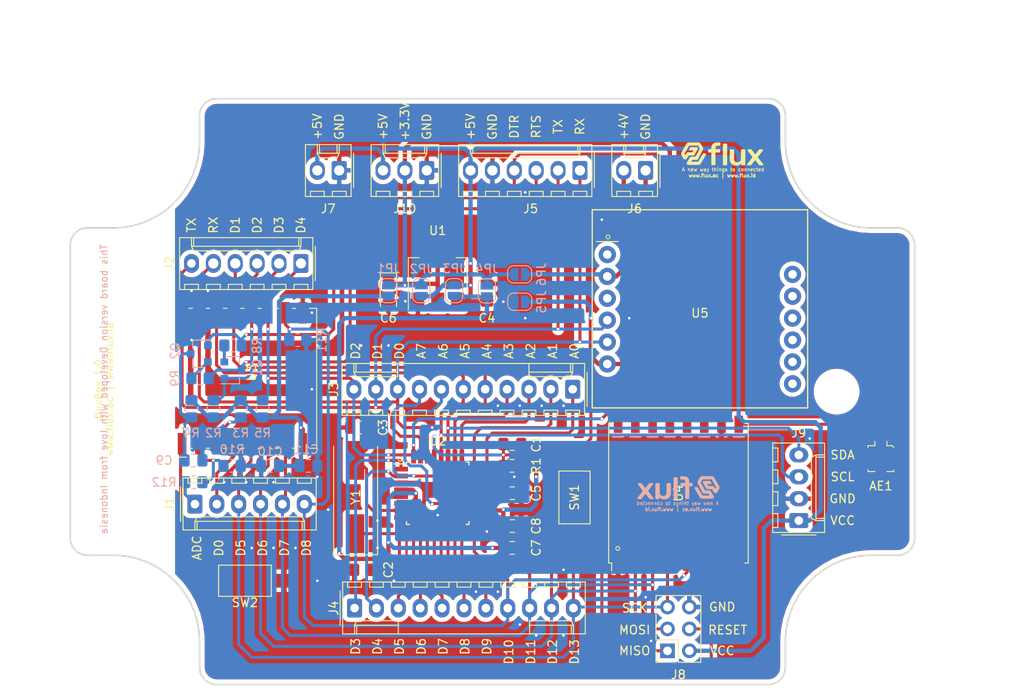
<source format=kicad_pcb>
(kicad_pcb (version 20171130) (host pcbnew "(5.1.9)-1")
  (layers (0 F.Cu signal) (31 B.Cu signal) (34 B.Paste user) (35 F.Paste user) (36 B.SilkS user) (37 F.SilkS user) (38 B.Mask user) (39 F.Mask user) (44 Edge.Cuts user))
  (net 0 "")
  (net 1 /DTR)
  (net 2 /RESET)
  (net 3 GND)
  (net 4 /XTAL1)
  (net 5 /XTAL2)
  (net 6 +5V)
  (net 7 "Net-(C5-Pad1)")
  (net 8 +3V3)
  (net 9 VCC)
  (net 10 /RST)
  (net 11 VDD)
  (net 12 /ADCIN)
  (net 13 /GPIO16)
  (net 14 /D13)
  (net 15 /D12)
  (net 16 /D11)
  (net 17 /CS)
  (net 18 GND1)
  (net 19 /A7)
  (net 20 /A6)
  (net 21 /A5)
  (net 22 /A4)
  (net 23 /A3)
  (net 24 /A2)
  (net 25 /A1)
  (net 26 /A0)
  (net 27 /GPIO0)
  (net 28 /D2)
  (net 29 /D0)
  (net 30 /D1)
  (net 31 /D9)
  (net 32 /D8)
  (net 33 /D7)
  (net 34 /D6)
  (net 35 /D5)
  (net 36 /D4)
  (net 37 /D3)
  (net 38 /RTS)
  (net 39 +4V)
  (net 40 "Net-(Q1-Pad2)")
  (net 41 "Net-(Q2-Pad2)")
  (net 42 /EN)
  (net 43 /ADC)
  (net 44 "Net-(U4-Pad6)")
  (net 45 "Net-(U4-Pad7)")
  (net 46 "Net-(U4-Pad11)")
  (net 47 "Net-(U4-Pad12)")
  (net 48 "Net-(U4-Pad15)")
  (net 49 "Net-(U4-Pad16)")
  (net 50 "Net-(U5-Pad7)")
  (net 51 "Net-(U5-Pad8)")
  (net 52 "Net-(U5-Pad9)")
  (net 53 "Net-(U5-Pad10)")
  (net 54 "Net-(U5-Pad11)")
  (net 55 "Net-(U5-Pad12)")
  (net 56 "Net-(U5-Pad1)")
  (net 57 /RST_GSM)
  (net 58 "Net-(AE1-Pad1)")
  (module Connector_Molex:Molex_KK-254_AE-6410-11A_1x11_P2.54mm_Vertical (layer F.Cu) (at 154.1 117.475 180)
    (fp_text reference J3 (at 27.735 0 270) (layer F.SilkS))
    (fp_text value Conn_Atmega)
    (pad 1 thru_hole roundrect (at 0 0 180) (size 1.74 2.19) (drill 1) (layers *.Cu *.Mask) (roundrect_rratio 0.144) (net 26 /A0))
    (pad 2 thru_hole oval (at 2.54 0 180) (size 1.74 2.19) (drill 1) (layers *.Cu *.Mask) (net 25 /A1))
    (pad 3 thru_hole oval (at 5.08 0 180) (size 1.74 2.19) (drill 1) (layers *.Cu *.Mask) (net 24 /A2))
    (pad 4 thru_hole oval (at 7.62 0 180) (size 1.74 2.19) (drill 1) (layers *.Cu *.Mask) (net 23 /A3))
    (pad 5 thru_hole oval (at 10.16 0 180) (size 1.74 2.19) (drill 1) (layers *.Cu *.Mask) (net 22 /A4))
    (pad 6 thru_hole oval (at 12.7 0 180) (size 1.74 2.19) (drill 1) (layers *.Cu *.Mask) (net 21 /A5))
    (pad 7 thru_hole oval (at 15.24 0 180) (size 1.74 2.19) (drill 1) (layers *.Cu *.Mask) (net 20 /A6))
    (pad 8 thru_hole oval (at 17.78 0 180) (size 1.74 2.19) (drill 1) (layers *.Cu *.Mask) (net 19 /A7))
    (pad 9 thru_hole oval (at 20.32 0 180) (size 1.74 2.19) (drill 1) (layers *.Cu *.Mask) (net 29 /D0))
    (pad 10 thru_hole oval (at 22.86 0 180) (size 1.74 2.19) (drill 1) (layers *.Cu *.Mask) (net 30 /D1))
    (pad 11 thru_hole oval (at 25.4 0 180) (size 1.74 2.19) (drill 1) (layers *.Cu *.Mask) (net 28 /D2))
  )
  (module RF_Module:HOPERF_RFM9XW_SMD (layer F.Cu) (at 166.37 129.54 90)
    (fp_text reference U4 (at 0 0 90) (layer F.SilkS))
    (fp_text value RFM95W-868S2)
    (pad 16 smd rect (at 8 -7 90) (size 2 1) (layers F.Cu F.Paste F.Mask) (net 49 "Net-(U4-Pad16)"))
    (pad 15 smd rect (at 8 -5 90) (size 2 1) (layers F.Cu F.Paste F.Mask) (net 48 "Net-(U4-Pad15)"))
    (pad 14 smd rect (at 8 -3 90) (size 2 1) (layers F.Cu F.Paste F.Mask) (net 28 /D2))
    (pad 13 smd rect (at 8 -1 90) (size 2 1) (layers F.Cu F.Paste F.Mask) (net 8 +3V3))
    (pad 12 smd rect (at 8 1 90) (size 2 1) (layers F.Cu F.Paste F.Mask) (net 47 "Net-(U4-Pad12)"))
    (pad 11 smd rect (at 8 3 90) (size 2 1) (layers F.Cu F.Paste F.Mask) (net 46 "Net-(U4-Pad11)"))
    (pad 10 smd rect (at 8 5 90) (size 2 1) (layers F.Cu F.Paste F.Mask) (net 3 GND))
    (pad 9 smd rect (at 8 7 90) (size 2 1) (layers F.Cu F.Paste F.Mask) (net 58 "Net-(AE1-Pad1)"))
    (pad 8 smd rect (at -8 7 90) (size 2 1) (layers F.Cu F.Paste F.Mask) (net 3 GND))
    (pad 7 smd rect (at -8 5 90) (size 2 1) (layers F.Cu F.Paste F.Mask) (net 45 "Net-(U4-Pad7)"))
    (pad 6 smd rect (at -8 3 90) (size 2 1) (layers F.Cu F.Paste F.Mask) (net 44 "Net-(U4-Pad6)"))
    (pad 5 smd rect (at -8 1 90) (size 2 1) (layers F.Cu F.Paste F.Mask) (net 17 /CS))
    (pad 4 smd rect (at -8 -1 90) (size 2 1) (layers F.Cu F.Paste F.Mask) (net 14 /D13))
    (pad 3 smd rect (at -8 -3 90) (size 2 1) (layers F.Cu F.Paste F.Mask) (net 16 /D11))
    (pad 2 smd rect (at -8 -5 90) (size 2 1) (layers F.Cu F.Paste F.Mask) (net 15 /D12))
    (pad 1 smd rect (at -8 -7 90) (size 2 1) (layers F.Cu F.Paste F.Mask) (net 3 GND))
  )
  (module RF_Module:ESP-07 (layer F.Cu) (at 113.665 116.205 90)
    (fp_text reference U3 (at 0.635 3.175 90) (layer F.SilkS))
    (fp_text value ESP-07)
    (pad 16 smd rect (at 7.6 -4.9 90) (size 2.5 1) (layers F.Cu F.Paste F.Mask) (net 30 /D1))
    (pad 15 smd rect (at 7.6 -2.9 90) (size 2.5 1) (layers F.Cu F.Paste F.Mask) (net 29 /D0))
    (pad 14 smd rect (at 7.6 -0.9 90) (size 2.5 1) (layers F.Cu F.Paste F.Mask) (net 21 /A5))
    (pad 13 smd rect (at 7.6 1.1 90) (size 2.5 1) (layers F.Cu F.Paste F.Mask) (net 22 /A4))
    (pad 12 smd rect (at 7.6 3.1 90) (size 2.5 1) (layers F.Cu F.Paste F.Mask) (net 27 /GPIO0))
    (pad 11 smd rect (at 7.6 5.1 90) (size 2.5 1) (layers F.Cu F.Paste F.Mask) (net 28 /D2))
    (pad 10 smd rect (at 7.6 7.1 90) (size 2.5 1) (layers F.Cu F.Paste F.Mask) (net 17 /CS))
    (pad 9 smd rect (at 7.6 9.1 90) (size 2.5 1) (layers F.Cu F.Paste F.Mask) (net 3 GND))
    (pad 8 smd rect (at -7.6 9.1 90) (size 2.5 1) (layers F.Cu F.Paste F.Mask) (net 11 VDD))
    (pad 7 smd rect (at -7.6 7.1 90) (size 2.5 1) (layers F.Cu F.Paste F.Mask) (net 16 /D11))
    (pad 6 smd rect (at -7.6 5.1 90) (size 2.5 1) (layers F.Cu F.Paste F.Mask) (net 15 /D12))
    (pad 5 smd rect (at -7.6 3.1 90) (size 2.5 1) (layers F.Cu F.Paste F.Mask) (net 14 /D13))
    (pad 4 smd rect (at -7.6 1.1 90) (size 2.5 1) (layers F.Cu F.Paste F.Mask) (net 13 /GPIO16))
    (pad 3 smd rect (at -7.6 -0.9 90) (size 2.5 1) (layers F.Cu F.Paste F.Mask) (net 42 /EN))
    (pad 2 smd rect (at -7.6 -2.9 90) (size 2.5 1) (layers F.Cu F.Paste F.Mask) (net 43 /ADC))
    (pad 1 smd rect (at -7.6 -4.9 90) (size 2.5 1) (layers F.Cu F.Paste F.Mask) (net 10 /RST))
  )
  (module Jumper:SolderJumper-2_P1.3mm_Open_RoundedPad1.0x1.5mm (layer B.Cu) (at 147.94 104.14)
    (fp_text reference JP6 (at 2.525 0 -90) (layer B.SilkS) (effects (justify mirror)))
    (fp_text value Bypass_Sim800l)
    (pad 1 smd custom (at -0.65 0) (size 1 0.5) (layers B.Cu B.Mask) (net 8 +3V3) (options (clearance outline) (anchor rect)) (primitives (gr_circle (center 0 -0.25) (end 0.5 -0.25) (width 0)) (gr_circle (center 0 0.25) (end 0.5 0.25) (width 0)) (gr_poly (pts (xy 0 0.75) (xy 0.5 0.75) (xy 0.5 -0.75) (xy 0 -0.75)) (width 0))))
    (pad 2 smd custom (at 0.65 0) (size 1 0.5) (layers B.Cu B.Mask) (net 39 +4V) (options (clearance outline) (anchor rect)) (primitives (gr_circle (center 0 -0.25) (end 0.5 -0.25) (width 0)) (gr_circle (center 0 0.25) (end 0.5 0.25) (width 0)) (gr_poly (pts (xy 0 0.75) (xy -0.5 0.75) (xy -0.5 -0.75) (xy 0 -0.75)) (width 0))))
  )
  (module Jumper:SolderJumper-2_P1.3mm_Open_RoundedPad1.0x1.5mm (layer B.Cu) (at 144.145 106.06 270)
    (fp_text reference JP4 (at -2.555 0 180) (layer B.SilkS) (effects (justify mirror)))
    (fp_text value Bypass_AtMega)
    (pad 2 smd custom (at 0.65 0 270) (size 1 0.5) (layers B.Cu B.Mask) (net 9 VCC) (options (clearance outline) (anchor rect)) (primitives (gr_circle (center 0 -0.25) (end 0.5 -0.25) (width 0)) (gr_circle (center 0 0.25) (end 0.5 0.25) (width 0)) (gr_poly (pts (xy 0 0.75) (xy -0.5 0.75) (xy -0.5 -0.75) (xy 0 -0.75)) (width 0))))
    (pad 1 smd custom (at -0.65 0 270) (size 1 0.5) (layers B.Cu B.Mask) (net 8 +3V3) (options (clearance outline) (anchor rect)) (primitives (gr_circle (center 0 -0.25) (end 0.5 -0.25) (width 0)) (gr_circle (center 0 0.25) (end 0.5 0.25) (width 0)) (gr_poly (pts (xy 0 0.75) (xy 0.5 0.75) (xy 0.5 -0.75) (xy 0 -0.75)) (width 0))))
  )
  (module Jumper:SolderJumper-2_P1.3mm_Open_RoundedPad1.0x1.5mm (layer B.Cu) (at 132.715 106.03 270)
    (fp_text reference JP1 (at -2.555 0 180) (layer B.SilkS) (effects (justify mirror)))
    (fp_text value SolderJumper_ESP+)
    (pad 1 smd custom (at -0.65 0 270) (size 1 0.5) (layers B.Cu B.Mask) (net 8 +3V3) (options (clearance outline) (anchor rect)) (primitives (gr_circle (center 0 -0.25) (end 0.5 -0.25) (width 0)) (gr_circle (center 0 0.25) (end 0.5 0.25) (width 0)) (gr_poly (pts (xy 0 0.75) (xy 0.5 0.75) (xy 0.5 -0.75) (xy 0 -0.75)) (width 0))))
    (pad 2 smd custom (at 0.65 0 270) (size 1 0.5) (layers B.Cu B.Mask) (net 11 VDD) (options (clearance outline) (anchor rect)) (primitives (gr_circle (center 0 -0.25) (end 0.5 -0.25) (width 0)) (gr_circle (center 0 0.25) (end 0.5 0.25) (width 0)) (gr_poly (pts (xy 0 0.75) (xy -0.5 0.75) (xy -0.5 -0.75) (xy 0 -0.75)) (width 0))))
  )
  (module Jumper:SolderJumper-2_P1.3mm_Open_RoundedPad1.0x1.5mm (layer B.Cu) (at 140.335 106.03 270)
    (fp_text reference JP3 (at -2.555 0) (layer B.SilkS) (effects (justify mirror)))
    (fp_text value SolderJumper_Arduino+)
    (pad 1 smd custom (at -0.65 0 270) (size 1 0.5) (layers B.Cu B.Mask) (net 6 +5V) (options (clearance outline) (anchor rect)) (primitives (gr_circle (center 0 -0.25) (end 0.5 -0.25) (width 0)) (gr_circle (center 0 0.25) (end 0.5 0.25) (width 0)) (gr_poly (pts (xy 0 0.75) (xy 0.5 0.75) (xy 0.5 -0.75) (xy 0 -0.75)) (width 0))))
    (pad 2 smd custom (at 0.65 0 270) (size 1 0.5) (layers B.Cu B.Mask) (net 9 VCC) (options (clearance outline) (anchor rect)) (primitives (gr_circle (center 0 -0.25) (end 0.5 -0.25) (width 0)) (gr_circle (center 0 0.25) (end 0.5 0.25) (width 0)) (gr_poly (pts (xy 0 0.75) (xy -0.5 0.75) (xy -0.5 -0.75) (xy 0 -0.75)) (width 0))))
  )
  (module Jumper:SolderJumper-2_P1.3mm_Open_RoundedPad1.0x1.5mm (layer B.Cu) (at 147.955 107.315)
    (fp_text reference JP5 (at 2.54 0 -90) (layer B.SilkS) (effects (justify mirror)))
    (fp_text value Bypass_GND_Sim800l)
    (pad 2 smd custom (at 0.65 0) (size 1 0.5) (layers B.Cu B.Mask) (net 18 GND1) (options (clearance outline) (anchor rect)) (primitives (gr_circle (center 0 -0.25) (end 0.5 -0.25) (width 0)) (gr_circle (center 0 0.25) (end 0.5 0.25) (width 0)) (gr_poly (pts (xy 0 0.75) (xy -0.5 0.75) (xy -0.5 -0.75) (xy 0 -0.75)) (width 0))))
    (pad 1 smd custom (at -0.65 0) (size 1 0.5) (layers B.Cu B.Mask) (net 3 GND) (options (clearance outline) (anchor rect)) (primitives (gr_circle (center 0 -0.25) (end 0.5 -0.25) (width 0)) (gr_circle (center 0 0.25) (end 0.5 0.25) (width 0)) (gr_poly (pts (xy 0 0.75) (xy 0.5 0.75) (xy 0.5 -0.75) (xy 0 -0.75)) (width 0))))
  )
  (module Capacitor_SMD:C_0805_2012Metric_Pad1.18x1.45mm_HandSolder (layer F.Cu) (at 144.145 106.2775 90)
    (fp_text reference C4 (at -2.9425 0 180) (layer F.SilkS))
    (fp_text value 10uF)
    (pad 1 smd roundrect (at -1.0375 0 90) (size 1.175 1.45) (layers F.Cu F.Paste F.Mask) (roundrect_rratio 0.2127659574468085) (net 6 +5V))
    (pad 2 smd roundrect (at 1.0375 0 90) (size 1.175 1.45) (layers F.Cu F.Paste F.Mask) (roundrect_rratio 0.2127659574468085) (net 3 GND))
  )
  (module Package_TO_SOT_SMD:SOT-223-3_TabPin2 (layer F.Cu) (at 138.43 104.115 90)
    (fp_text reference U1 (at 5.055 0 180) (layer F.SilkS))
    (fp_text value AMS1117-3.3)
    (pad 2 smd rect (at 3.15 0 90) (size 2 3.8) (layers F.Cu F.Paste F.Mask) (net 8 +3V3))
    (pad 2 smd rect (at -3.15 0 90) (size 2 1.5) (layers F.Cu F.Paste F.Mask) (net 8 +3V3))
    (pad 3 smd rect (at -3.15 2.3 90) (size 2 1.5) (layers F.Cu F.Paste F.Mask) (net 6 +5V))
    (pad 1 smd rect (at -3.15 -2.3 90) (size 2 1.5) (layers F.Cu F.Paste F.Mask) (net 3 GND))
  )
  (module Resistor_SMD:R_0805_2012Metric_Pad1.20x1.40mm_HandSolder (layer F.Cu) (at 147.05 126.365 180)
    (fp_text reference R1 (at -2.81 0 90) (layer F.SilkS))
    (fp_text value 1K)
    (pad 2 smd roundrect (at 1 0 180) (size 1.2 1.4) (layers F.Cu F.Paste F.Mask) (roundrect_rratio 0.2083325) (net 2 /RESET))
    (pad 1 smd roundrect (at -1 0 180) (size 1.2 1.4) (layers F.Cu F.Paste F.Mask) (roundrect_rratio 0.2083325) (net 9 VCC))
  )
  (module Capacitor_SMD:C_0805_2012Metric_Pad1.18x1.45mm_HandSolder (layer F.Cu) (at 129.7725 138.43)
    (fp_text reference C2 (at 2.9425 0 90) (layer F.SilkS))
    (fp_text value 22pF)
    (pad 1 smd roundrect (at -1.0375 0) (size 1.175 1.45) (layers F.Cu F.Paste F.Mask) (roundrect_rratio 0.2127659574468085) (net 3 GND))
    (pad 2 smd roundrect (at 1.0375 0) (size 1.175 1.45) (layers F.Cu F.Paste F.Mask) (roundrect_rratio 0.2127659574468085) (net 5 /XTAL2))
  )
  (module Resistor_SMD:R_0805_2012Metric_Pad1.20x1.40mm_HandSolder (layer B.Cu) (at 114.665 112.395)
    (fp_text reference R8 (at 2.81 0 -270) (layer B.SilkS) (effects (justify mirror)))
    (fp_text value 10K)
    (pad 2 smd roundrect (at 1 0) (size 1.2 1.4) (layers B.Cu B.Paste B.Mask) (roundrect_rratio 0.2083325) (net 1 /DTR))
    (pad 1 smd roundrect (at -1 0) (size 1.2 1.4) (layers B.Cu B.Paste B.Mask) (roundrect_rratio 0.2083325) (net 40 "Net-(Q1-Pad2)"))
  )
  (module Capacitor_SMD:C_0805_2012Metric_Pad1.18x1.45mm_HandSolder (layer F.Cu) (at 147.0875 123.825 180)
    (fp_text reference C1 (at -2.7725 0 90) (layer F.SilkS))
    (fp_text value 100nF)
    (pad 1 smd roundrect (at -1.0375 0 180) (size 1.175 1.45) (layers F.Cu F.Paste F.Mask) (roundrect_rratio 0.2127659574468085) (net 1 /DTR))
    (pad 2 smd roundrect (at 1.0375 0 180) (size 1.175 1.45) (layers F.Cu F.Paste F.Mask) (roundrect_rratio 0.2127659574468085) (net 2 /RESET))
  )
  (module Capacitor_SMD:C_0805_2012Metric_Pad1.18x1.45mm_HandSolder (layer F.Cu) (at 129.3075 121.92 180)
    (fp_text reference C3 (at -2.7725 0 90) (layer F.SilkS))
    (fp_text value 22pF)
    (pad 2 smd roundrect (at 1.0375 0 180) (size 1.175 1.45) (layers F.Cu F.Paste F.Mask) (roundrect_rratio 0.2127659574468085) (net 3 GND))
    (pad 1 smd roundrect (at -1.0375 0 180) (size 1.175 1.45) (layers F.Cu F.Paste F.Mask) (roundrect_rratio 0.2127659574468085) (net 4 /XTAL1))
  )
  (module Capacitor_SMD:C_0805_2012Metric_Pad1.18x1.45mm_HandSolder (layer F.Cu) (at 147.0875 129.54)
    (fp_text reference C5 (at 2.7725 0 90) (layer F.SilkS))
    (fp_text value 10nF)
    (pad 2 smd roundrect (at 1.0375 0) (size 1.175 1.45) (layers F.Cu F.Paste F.Mask) (roundrect_rratio 0.2127659574468085) (net 3 GND))
    (pad 1 smd roundrect (at -1.0375 0) (size 1.175 1.45) (layers F.Cu F.Paste F.Mask) (roundrect_rratio 0.2127659574468085) (net 7 "Net-(C5-Pad1)"))
  )
  (module Capacitor_SMD:C_0805_2012Metric_Pad1.18x1.45mm_HandSolder (layer B.Cu) (at 110.0875 125.73 180)
    (fp_text reference C9 (at 3.4075 0 180) (layer B.SilkS) (effects (justify mirror)))
    (fp_text value 10nF)
    (pad 2 smd roundrect (at 1.0375 0 180) (size 1.175 1.45) (layers B.Cu B.Paste B.Mask) (roundrect_rratio 0.2127659574468085) (net 10 /RST))
    (pad 1 smd roundrect (at -1.0375 0 180) (size 1.175 1.45) (layers B.Cu B.Paste B.Mask) (roundrect_rratio 0.2127659574468085) (net 3 GND))
  )
  (module Capacitor_SMD:C_0805_2012Metric_Pad1.18x1.45mm_HandSolder (layer B.Cu) (at 123.4225 126.365 180)
    (fp_text reference C11 (at 0.2325 1.905) (layer B.SilkS) (effects (justify mirror)))
    (fp_text value 10nF)
    (pad 2 smd roundrect (at 1.0375 0 180) (size 1.175 1.45) (layers B.Cu B.Paste B.Mask) (roundrect_rratio 0.2127659574468085) (net 11 VDD))
    (pad 1 smd roundrect (at -1.0375 0 180) (size 1.175 1.45) (layers B.Cu B.Paste B.Mask) (roundrect_rratio 0.2127659574468085) (net 3 GND))
  )
  (module Jumper:SolderJumper-2_P1.3mm_Open_RoundedPad1.0x1.5mm (layer B.Cu) (at 136.525 106.03 270)
    (fp_text reference JP2 (at -2.525 0) (layer B.SilkS) (effects (justify mirror)))
    (fp_text value Bypass_VoltReg)
    (pad 2 smd custom (at 0.65 0 270) (size 1 0.5) (layers B.Cu B.Mask) (net 6 +5V) (options (clearance outline) (anchor rect)) (primitives (gr_circle (center 0 -0.25) (end 0.5 -0.25) (width 0)) (gr_circle (center 0 0.25) (end 0.5 0.25) (width 0)) (gr_poly (pts (xy 0 0.75) (xy -0.5 0.75) (xy -0.5 -0.75) (xy 0 -0.75)) (width 0))))
    (pad 1 smd custom (at -0.65 0 270) (size 1 0.5) (layers B.Cu B.Mask) (net 8 +3V3) (options (clearance outline) (anchor rect)) (primitives (gr_circle (center 0 -0.25) (end 0.5 -0.25) (width 0)) (gr_circle (center 0 0.25) (end 0.5 0.25) (width 0)) (gr_poly (pts (xy 0 0.75) (xy 0.5 0.75) (xy 0.5 -0.75) (xy 0 -0.75)) (width 0))))
  )
  (module Resistor_SMD:R_0805_2012Metric_Pad1.20x1.40mm_HandSolder (layer B.Cu) (at 109.855 119.745 90)
    (fp_text reference R2 (at -2.81 2.54 180) (layer B.SilkS) (effects (justify mirror)))
    (fp_text value 10K)
    (pad 2 smd roundrect (at 1 0 90) (size 1.2 1.4) (layers B.Cu B.Paste B.Mask) (roundrect_rratio 0.2083325) (net 11 VDD))
    (pad 1 smd roundrect (at -1 0 90) (size 1.2 1.4) (layers B.Cu B.Paste B.Mask) (roundrect_rratio 0.2083325) (net 10 /RST))
  )
  (module Resistor_SMD:R_0805_2012Metric_Pad1.20x1.40mm_HandSolder (layer B.Cu) (at 115.57 119.745 90)
    (fp_text reference R3 (at -2.81 0) (layer B.SilkS) (effects (justify mirror)))
    (fp_text value 10K)
    (pad 1 smd roundrect (at -1 0 90) (size 1.2 1.4) (layers B.Cu B.Paste B.Mask) (roundrect_rratio 0.2083325) (net 42 /EN))
    (pad 2 smd roundrect (at 1 0 90) (size 1.2 1.4) (layers B.Cu B.Paste B.Mask) (roundrect_rratio 0.2083325) (net 11 VDD))
  )
  (module Resistor_SMD:R_0805_2012Metric_Pad1.20x1.40mm_HandSolder (layer B.Cu) (at 112.395 119.745 270)
    (fp_text reference R4 (at 2.81 2.54) (layer B.SilkS) (effects (justify mirror)))
    (fp_text value 10K)
    (pad 1 smd roundrect (at -1 0 270) (size 1.2 1.4) (layers B.Cu B.Paste B.Mask) (roundrect_rratio 0.2083325) (net 27 /GPIO0))
    (pad 2 smd roundrect (at 1 0 270) (size 1.2 1.4) (layers B.Cu B.Paste B.Mask) (roundrect_rratio 0.2083325) (net 11 VDD))
  )
  (module Resistor_SMD:R_0805_2012Metric_Pad1.20x1.40mm_HandSolder (layer B.Cu) (at 118.11 119.745 270)
    (fp_text reference R5 (at 2.81 0) (layer B.SilkS) (effects (justify mirror)))
    (fp_text value 10K)
    (pad 2 smd roundrect (at 1 0 270) (size 1.2 1.4) (layers B.Cu B.Paste B.Mask) (roundrect_rratio 0.2083325) (net 11 VDD))
    (pad 1 smd roundrect (at -1 0 270) (size 1.2 1.4) (layers B.Cu B.Paste B.Mask) (roundrect_rratio 0.2083325) (net 28 /D2))
  )
  (module Resistor_SMD:R_0805_2012Metric_Pad1.20x1.40mm_HandSolder (layer B.Cu) (at 114.57 126.365)
    (fp_text reference R10 (at 0 -1.905) (layer B.SilkS) (effects (justify mirror)))
    (fp_text value 10K)
    (pad 2 smd roundrect (at 1 0) (size 1.2 1.4) (layers B.Cu B.Paste B.Mask) (roundrect_rratio 0.2083325) (net 3 GND))
    (pad 1 smd roundrect (at -1 0) (size 1.2 1.4) (layers B.Cu B.Paste B.Mask) (roundrect_rratio 0.2083325) (net 43 /ADC))
  )
  (module Resistor_SMD:R_0805_2012Metric_Pad1.20x1.40mm_HandSolder (layer B.Cu) (at 122.19 111.76)
    (fp_text reference R11 (at 2.81 0 -270) (layer B.SilkS) (effects (justify mirror)))
    (fp_text value 10K)
    (pad 1 smd roundrect (at -1 0) (size 1.2 1.4) (layers B.Cu B.Paste B.Mask) (roundrect_rratio 0.2083325) (net 17 /CS))
    (pad 2 smd roundrect (at 1 0) (size 1.2 1.4) (layers B.Cu B.Paste B.Mask) (roundrect_rratio 0.2083325) (net 3 GND))
  )
  (module Resistor_SMD:R_0805_2012Metric_Pad1.20x1.40mm_HandSolder (layer B.Cu) (at 110.125 128.27)
    (fp_text reference R12 (at -3.445 0 180) (layer B.SilkS) (effects (justify mirror)))
    (fp_text value 10K)
    (pad 2 smd roundrect (at 1 0) (size 1.2 1.4) (layers B.Cu B.Paste B.Mask) (roundrect_rratio 0.2083325) (net 43 /ADC))
    (pad 1 smd roundrect (at -1 0) (size 1.2 1.4) (layers B.Cu B.Paste B.Mask) (roundrect_rratio 0.2083325) (net 12 /ADCIN))
  )
  (module Package_QFP:TQFP-32_7x7mm_P0.8mm (layer F.Cu) (at 138.43 129.54)
    (fp_text reference U2 (at 0 -6.05) (layer F.SilkS))
    (fp_text value ATmega328-AU)
    (pad 1 smd rect (at -4.25 -2.8) (size 1.6 0.55) (layers F.Cu F.Paste F.Mask) (net 37 /D3))
    (pad 2 smd rect (at -4.25 -2) (size 1.6 0.55) (layers F.Cu F.Paste F.Mask) (net 36 /D4))
    (pad 3 smd rect (at -4.25 -1.2) (size 1.6 0.55) (layers F.Cu F.Paste F.Mask) (net 3 GND))
    (pad 4 smd rect (at -4.25 -0.4) (size 1.6 0.55) (layers F.Cu F.Paste F.Mask) (net 9 VCC))
    (pad 5 smd rect (at -4.25 0.4) (size 1.6 0.55) (layers F.Cu F.Paste F.Mask) (net 3 GND))
    (pad 6 smd rect (at -4.25 1.2) (size 1.6 0.55) (layers F.Cu F.Paste F.Mask) (net 9 VCC))
    (pad 7 smd rect (at -4.25 2) (size 1.6 0.55) (layers F.Cu F.Paste F.Mask) (net 4 /XTAL1))
    (pad 8 smd rect (at -4.25 2.8) (size 1.6 0.55) (layers F.Cu F.Paste F.Mask) (net 5 /XTAL2))
    (pad 9 smd rect (at -2.8 4.25 90) (size 1.6 0.55) (layers F.Cu F.Paste F.Mask) (net 35 /D5))
    (pad 10 smd rect (at -2 4.25 90) (size 1.6 0.55) (layers F.Cu F.Paste F.Mask) (net 34 /D6))
    (pad 11 smd rect (at -1.2 4.25 90) (size 1.6 0.55) (layers F.Cu F.Paste F.Mask) (net 33 /D7))
    (pad 12 smd rect (at -0.4 4.25 90) (size 1.6 0.55) (layers F.Cu F.Paste F.Mask) (net 32 /D8))
    (pad 13 smd rect (at 0.4 4.25 90) (size 1.6 0.55) (layers F.Cu F.Paste F.Mask) (net 31 /D9))
    (pad 14 smd rect (at 1.2 4.25 90) (size 1.6 0.55) (layers F.Cu F.Paste F.Mask) (net 17 /CS))
    (pad 15 smd rect (at 2 4.25 90) (size 1.6 0.55) (layers F.Cu F.Paste F.Mask) (net 16 /D11))
    (pad 16 smd rect (at 2.8 4.25 90) (size 1.6 0.55) (layers F.Cu F.Paste F.Mask) (net 15 /D12))
    (pad 17 smd rect (at 4.25 2.8) (size 1.6 0.55) (layers F.Cu F.Paste F.Mask) (net 14 /D13))
    (pad 18 smd rect (at 4.25 2) (size 1.6 0.55) (layers F.Cu F.Paste F.Mask) (net 9 VCC))
    (pad 19 smd rect (at 4.25 1.2) (size 1.6 0.55) (layers F.Cu F.Paste F.Mask) (net 20 /A6))
    (pad 20 smd rect (at 4.25 0.4) (size 1.6 0.55) (layers F.Cu F.Paste F.Mask) (net 7 "Net-(C5-Pad1)"))
    (pad 21 smd rect (at 4.25 -0.4) (size 1.6 0.55) (layers F.Cu F.Paste F.Mask) (net 3 GND))
    (pad 22 smd rect (at 4.25 -1.2) (size 1.6 0.55) (layers F.Cu F.Paste F.Mask) (net 19 /A7))
    (pad 23 smd rect (at 4.25 -2) (size 1.6 0.55) (layers F.Cu F.Paste F.Mask) (net 26 /A0))
    (pad 24 smd rect (at 4.25 -2.8) (size 1.6 0.55) (layers F.Cu F.Paste F.Mask) (net 25 /A1))
    (pad 25 smd rect (at 2.8 -4.25 90) (size 1.6 0.55) (layers F.Cu F.Paste F.Mask) (net 24 /A2))
    (pad 26 smd rect (at 2 -4.25 90) (size 1.6 0.55) (layers F.Cu F.Paste F.Mask) (net 23 /A3))
    (pad 27 smd rect (at 1.2 -4.25 90) (size 1.6 0.55) (layers F.Cu F.Paste F.Mask) (net 22 /A4))
    (pad 28 smd rect (at 0.4 -4.25 90) (size 1.6 0.55) (layers F.Cu F.Paste F.Mask) (net 21 /A5))
    (pad 29 smd rect (at -0.4 -4.25 90) (size 1.6 0.55) (layers F.Cu F.Paste F.Mask) (net 2 /RESET))
    (pad 30 smd rect (at -1.2 -4.25 90) (size 1.6 0.55) (layers F.Cu F.Paste F.Mask) (net 29 /D0))
    (pad 31 smd rect (at -2 -4.25 90) (size 1.6 0.55) (layers F.Cu F.Paste F.Mask) (net 30 /D1))
    (pad 32 smd rect (at -2.8 -4.25 90) (size 1.6 0.55) (layers F.Cu F.Paste F.Mask) (net 28 /D2))
  )
  (module Package_TO_SOT_SMD:SOT-23 (layer B.Cu) (at 114.665 115.255)
    (fp_text reference Q1 (at 2.81 -0.32 -90) (layer B.SilkS) (effects (justify mirror)))
    (fp_text value S8050)
    (pad 3 smd rect (at 1 0) (size 0.9 0.8) (layers B.Cu B.Paste B.Mask) (net 38 /RTS))
    (pad 2 smd rect (at -1 -0.95) (size 0.9 0.8) (layers B.Cu B.Paste B.Mask) (net 40 "Net-(Q1-Pad2)"))
    (pad 1 smd rect (at -1 0.95) (size 0.9 0.8) (layers B.Cu B.Paste B.Mask) (net 27 /GPIO0))
  )
  (module Package_TO_SOT_SMD:SOT-23 (layer B.Cu) (at 110.76 113.35 180)
    (fp_text reference Q2 (at 2.81 0.32 270) (layer B.SilkS) (effects (justify mirror)))
    (fp_text value S8050)
    (pad 1 smd rect (at -1 0.95 180) (size 0.9 0.8) (layers B.Cu B.Paste B.Mask) (net 1 /DTR))
    (pad 2 smd rect (at -1 -0.95 180) (size 0.9 0.8) (layers B.Cu B.Paste B.Mask) (net 41 "Net-(Q2-Pad2)"))
    (pad 3 smd rect (at 1 0 180) (size 0.9 0.8) (layers B.Cu B.Paste B.Mask) (net 10 /RST))
  )
  (module Resistor_SMD:R_0805_2012Metric_Pad1.20x1.40mm_HandSolder (layer B.Cu) (at 110.855 116.205)
    (fp_text reference R9 (at -2.905 0 -90) (layer B.SilkS) (effects (justify mirror)))
    (fp_text value 10K)
    (pad 1 smd roundrect (at -1 0) (size 1.2 1.4) (layers B.Cu B.Paste B.Mask) (roundrect_rratio 0.2083325) (net 41 "Net-(Q2-Pad2)"))
    (pad 2 smd roundrect (at 1 0) (size 1.2 1.4) (layers B.Cu B.Paste B.Mask) (roundrect_rratio 0.2083325) (net 38 /RTS))
  )
  (module Button_Switch_SMD:SW_SPST_FSMSM (layer F.Cu) (at 154.305 130.03 270)
    (fp_text reference SW1 (at 0 0 270) (layer F.SilkS))
    (fp_text value SW_Reset)
    (pad 1 smd rect (at -4.59 0 270) (size 2.18 1.6) (layers F.Cu F.Paste F.Mask) (net 2 /RESET))
    (pad 2 smd rect (at 4.59 0 270) (size 2.18 1.6) (layers F.Cu F.Paste F.Mask) (net 3 GND))
  )
  (module Button_Switch_SMD:SW_SPST_FSMSM (layer F.Cu) (at 116.06 139.7 180)
    (fp_text reference SW2 (at 0 -2.54) (layer F.SilkS))
    (fp_text value SW_RESET)
    (pad 1 smd rect (at -4.59 0 180) (size 2.18 1.6) (layers F.Cu F.Paste F.Mask) (net 3 GND))
    (pad 2 smd rect (at 4.59 0 180) (size 2.18 1.6) (layers F.Cu F.Paste F.Mask) (net 10 /RST))
  )
  (module Connector_Coaxial:U.FL_Molex_MCRF_73412-0110_Vertical (layer F.Cu) (at 189.865 125.525 180)
    (fp_text reference AE1 (at 0 -3.175) (layer F.SilkS))
    (fp_text value Antenna_Shield)
    (pad 2 smd rect (at -1.475 0 180) (size 1.05 2.2) (layers F.Cu F.Paste F.Mask) (net 3 GND))
    (pad 2 smd rect (at 1.475 0 180) (size 1.05 2.2) (layers F.Cu F.Paste F.Mask) (net 3 GND))
    (pad 2 smd rect (at 0 -1.5 180) (size 1 1) (layers F.Cu F.Paste F.Mask) (net 3 GND))
    (pad 1 smd rect (at 0 1.5 180) (size 1 1) (layers F.Cu F.Paste F.Mask) (net 58 "Net-(AE1-Pad1)"))
  )
  (module Capacitor_SMD:C_0805_2012Metric_Pad1.18x1.45mm_HandSolder (layer F.Cu) (at 147.0875 135.89)
    (fp_text reference C7 (at 2.7725 0 90) (layer F.SilkS))
    (fp_text value 10uF)
    (pad 1 smd roundrect (at -1.0375 0) (size 1.175 1.45) (layers F.Cu F.Paste F.Mask) (roundrect_rratio 0.2127659574468085) (net 9 VCC))
    (pad 2 smd roundrect (at 1.0375 0) (size 1.175 1.45) (layers F.Cu F.Paste F.Mask) (roundrect_rratio 0.2127659574468085) (net 3 GND))
  )
  (module Capacitor_SMD:C_0805_2012Metric_Pad1.18x1.45mm_HandSolder (layer F.Cu) (at 147.0875 133.35)
    (fp_text reference C8 (at 2.7725 0 90) (layer F.SilkS))
    (fp_text value 10uF)
    (pad 1 smd roundrect (at -1.0375 0) (size 1.175 1.45) (layers F.Cu F.Paste F.Mask) (roundrect_rratio 0.2127659574468085) (net 9 VCC))
    (pad 2 smd roundrect (at 1.0375 0) (size 1.175 1.45) (layers F.Cu F.Paste F.Mask) (roundrect_rratio 0.2127659574468085) (net 3 GND))
  )
  (module Capacitor_SMD:C_0805_2012Metric_Pad1.18x1.45mm_HandSolder (layer B.Cu) (at 118.9775 126.365 180)
    (fp_text reference C10 (at 0 1.68) (layer B.SilkS) (effects (justify mirror)))
    (fp_text value 10uF)
    (pad 2 smd roundrect (at 1.0375 0 180) (size 1.175 1.45) (layers B.Cu B.Paste B.Mask) (roundrect_rratio 0.2127659574468085) (net 3 GND))
    (pad 1 smd roundrect (at -1.0375 0 180) (size 1.175 1.45) (layers B.Cu B.Paste B.Mask) (roundrect_rratio 0.2127659574468085) (net 11 VDD))
  )
  (module Crystal:Crystal_SMD_HC49-SD (layer F.Cu) (at 128.905 129.98 90)
    (fp_text reference Y1 (at 0 0 90) (layer F.SilkS))
    (fp_text value "16.000 Mhz")
    (pad 1 smd rect (at -4.25 0 90) (size 4.5 2) (layers F.Cu F.Paste F.Mask) (net 5 /XTAL2))
    (pad 2 smd rect (at 4.25 0 90) (size 4.5 2) (layers F.Cu F.Paste F.Mask) (net 4 /XTAL1))
  )
  (module "DC-DC converter:sim800l" (layer F.Cu) (at 168.865 108.14)
    (fp_text reference U5 (at 0 0.5) (layer F.SilkS))
    (fp_text value SIM800)
    (pad 6 thru_hole oval (at -10.75 6.4) (size 2 2) (drill 1) (layers *.Cu *.Mask) (net 18 GND1))
    (pad 5 thru_hole oval (at -10.75 3.86) (size 2 2) (drill 1) (layers *.Cu *.Mask) (net 29 /D0))
    (pad 4 thru_hole oval (at -10.75 1.32) (size 2 2) (drill 1) (layers *.Cu *.Mask) (net 30 /D1))
    (pad 3 thru_hole oval (at -10.75 -1.22) (size 2 2) (drill 1) (layers *.Cu *.Mask) (net 57 /RST_GSM))
    (pad 2 thru_hole oval (at -10.75 -3.76) (size 2 2) (drill 1) (layers *.Cu *.Mask) (net 39 +4V))
    (pad 1 thru_hole oval (at -10.75 -6.3) (size 2 2) (drill 1) (layers *.Cu *.Mask) (net 56 "Net-(U5-Pad1)"))
    (pad 12 thru_hole oval (at 10.75 8.7) (size 2 2) (drill 1) (layers *.Cu *.Mask) (net 55 "Net-(U5-Pad12)"))
    (pad 11 thru_hole oval (at 10.75 6.16) (size 2 2) (drill 1) (layers *.Cu *.Mask) (net 54 "Net-(U5-Pad11)"))
    (pad 10 thru_hole oval (at 10.75 3.62) (size 2 2) (drill 1) (layers *.Cu *.Mask) (net 53 "Net-(U5-Pad10)"))
    (pad 9 thru_hole oval (at 10.75 1.08) (size 2 2) (drill 1) (layers *.Cu *.Mask) (net 52 "Net-(U5-Pad9)"))
    (pad 8 thru_hole oval (at 10.75 -1.46) (size 2 2) (drill 1) (layers *.Cu *.Mask) (net 51 "Net-(U5-Pad8)"))
    (pad 7 thru_hole oval (at 10.75 -4) (size 2 2) (drill 1) (layers *.Cu *.Mask) (net 50 "Net-(U5-Pad7)"))
  )
  (module Connector_Molex:Molex_KK-254_AE-6410-06A_1x06_P2.54mm_Vertical (layer F.Cu) (at 110.25 130.81)
    (fp_text reference J1 (at -2.935 0 90) (layer F.SilkS))
    (fp_text value Conn_ESP)
    (pad 6 thru_hole oval (at 12.7 0) (size 1.74 2.19) (drill 1) (layers *.Cu *.Mask) (net 17 /CS))
    (pad 5 thru_hole oval (at 10.16 0) (size 1.74 2.19) (drill 1) (layers *.Cu *.Mask) (net 16 /D11))
    (pad 4 thru_hole oval (at 7.62 0) (size 1.74 2.19) (drill 1) (layers *.Cu *.Mask) (net 15 /D12))
    (pad 3 thru_hole oval (at 5.08 0) (size 1.74 2.19) (drill 1) (layers *.Cu *.Mask) (net 14 /D13))
    (pad 2 thru_hole oval (at 2.54 0) (size 1.74 2.19) (drill 1) (layers *.Cu *.Mask) (net 13 /GPIO16))
    (pad 1 thru_hole roundrect (at 0 0) (size 1.74 2.19) (drill 1) (layers *.Cu *.Mask) (roundrect_rratio 0.144) (net 12 /ADCIN))
  )
  (module Connector_Molex:Molex_KK-254_AE-6410-06A_1x06_P2.54mm_Vertical (layer F.Cu) (at 122.555 102.87 180)
    (fp_text reference J2 (at 15.24 0 270) (layer F.SilkS))
    (fp_text value Conn_ESP)
    (pad 1 thru_hole roundrect (at 0 0 180) (size 1.74 2.19) (drill 1.19) (layers *.Cu *.Mask) (roundrect_rratio 0.1436775862068966) (net 28 /D2))
    (pad 2 thru_hole oval (at 2.54 0 180) (size 1.74 2.19) (drill 1.19) (layers *.Cu *.Mask) (net 27 /GPIO0))
    (pad 3 thru_hole oval (at 5.08 0 180) (size 1.74 2.19) (drill 1.19) (layers *.Cu *.Mask) (net 22 /A4))
    (pad 4 thru_hole oval (at 7.62 0 180) (size 1.74 2.19) (drill 1.19) (layers *.Cu *.Mask) (net 21 /A5))
    (pad 5 thru_hole oval (at 10.16 0 180) (size 1.74 2.19) (drill 1.19) (layers *.Cu *.Mask) (net 29 /D0))
    (pad 6 thru_hole oval (at 12.7 0 180) (size 1.74 2.19) (drill 1) (layers *.Cu *.Mask) (net 30 /D1))
  )
  (module Connector_Molex:Molex_KK-254_AE-6410-11A_1x11_P2.54mm_Vertical (layer F.Cu) (at 128.78 142.875)
    (fp_text reference J4 (at -2.415 0 270) (layer F.SilkS))
    (fp_text value Conn_Atmega)
    (pad 11 thru_hole oval (at 25.4 0) (size 1.74 2.19) (drill 1) (layers *.Cu *.Mask) (net 14 /D13))
    (pad 10 thru_hole oval (at 22.86 0) (size 1.74 2.19) (drill 1) (layers *.Cu *.Mask) (net 15 /D12))
    (pad 9 thru_hole oval (at 20.32 0) (size 1.74 2.19) (drill 1) (layers *.Cu *.Mask) (net 16 /D11))
    (pad 8 thru_hole oval (at 17.78 0) (size 1.74 2.19) (drill 1) (layers *.Cu *.Mask) (net 17 /CS))
    (pad 7 thru_hole oval (at 15.24 0) (size 1.74 2.19) (drill 1) (layers *.Cu *.Mask) (net 31 /D9))
    (pad 6 thru_hole oval (at 12.7 0) (size 1.74 2.19) (drill 1) (layers *.Cu *.Mask) (net 32 /D8))
    (pad 5 thru_hole oval (at 10.16 0) (size 1.74 2.19) (drill 1) (layers *.Cu *.Mask) (net 33 /D7))
    (pad 4 thru_hole oval (at 7.62 0) (size 1.74 2.19) (drill 1) (layers *.Cu *.Mask) (net 34 /D6))
    (pad 3 thru_hole oval (at 5.08 0) (size 1.74 2.19) (drill 1) (layers *.Cu *.Mask) (net 35 /D5))
    (pad 2 thru_hole oval (at 2.54 0) (size 1.74 2.19) (drill 1) (layers *.Cu *.Mask) (net 36 /D4))
    (pad 1 thru_hole roundrect (at 0 0) (size 1.74 2.19) (drill 1) (layers *.Cu *.Mask) (roundrect_rratio 0.144) (net 37 /D3))
  )
  (module Connector_Molex:Molex_KK-254_AE-6410-06A_1x06_P2.54mm_Vertical (layer F.Cu) (at 154.94 92.075 180)
    (fp_text reference J5 (at 5.715 -4.445) (layer F.SilkS))
    (fp_text value Conn_FT232)
    (pad 6 thru_hole oval (at 12.7 0 180) (size 1.74 2.19) (drill 1.19) (layers *.Cu *.Mask) (net 6 +5V))
    (pad 5 thru_hole oval (at 10.16 0 180) (size 1.74 2.19) (drill 1.19) (layers *.Cu *.Mask) (net 3 GND))
    (pad 4 thru_hole oval (at 7.62 0 180) (size 1.74 2.19) (drill 1.19) (layers *.Cu *.Mask) (net 1 /DTR))
    (pad 3 thru_hole oval (at 5.08 0 180) (size 1.74 2.19) (drill 1.19) (layers *.Cu *.Mask) (net 38 /RTS))
    (pad 2 thru_hole oval (at 2.54 0 180) (size 1.74 2.19) (drill 1.19) (layers *.Cu *.Mask) (net 30 /D1))
    (pad 1 thru_hole roundrect (at 0 0 180) (size 1.74 2.19) (drill 1.19) (layers *.Cu *.Mask) (roundrect_rratio 0.1436775862068966) (net 29 /D0))
  )
  (module Connector_Molex:Molex_KK-254_AE-6410-02A_1x02_P2.54mm_Vertical (layer F.Cu) (at 162.56 92.075 180)
    (fp_text reference J6 (at 1.27 -4.445) (layer F.SilkS))
    (fp_text value CONN_SIM800l)
    (pad 1 thru_hole roundrect (at 0 0 180) (size 1.74 2.19) (drill 1.19) (layers *.Cu *.Mask) (roundrect_rratio 0.1436775862068966) (net 18 GND1))
    (pad 2 thru_hole oval (at 2.54 0 180) (size 1.74 2.19) (drill 1.19) (layers *.Cu *.Mask) (net 39 +4V))
  )
  (module Connector_Molex:Molex_KK-254_AE-6410-02A_1x02_P2.54mm_Vertical (layer F.Cu) (at 127 92.075 180)
    (fp_text reference J7 (at 1.27 -4.445) (layer F.SilkS))
    (fp_text value CONN_Input)
    (pad 2 thru_hole oval (at 2.54 0 180) (size 1.74 2.19) (drill 1.19) (layers *.Cu *.Mask) (net 6 +5V))
    (pad 1 thru_hole roundrect (at 0 0 180) (size 1.74 2.19) (drill 1.19) (layers *.Cu *.Mask) (roundrect_rratio 0.1436775862068966) (net 3 GND))
  )
  (module Connector_Molex:Molex_KK-254_AE-6410-04A_1x04_P2.54mm_Vertical (layer F.Cu) (at 180.34 132.715 90)
    (fp_text reference J9 (at 10.16 0 180) (layer F.SilkS))
    (fp_text value Conn_I2C)
    (pad 4 thru_hole oval (at 7.62 0 90) (size 1.74 2.19) (drill 1) (layers *.Cu *.Mask) (net 22 /A4))
    (pad 3 thru_hole oval (at 5.08 0 90) (size 1.74 2.19) (drill 1) (layers *.Cu *.Mask) (net 21 /A5))
    (pad 2 thru_hole oval (at 2.54 0 90) (size 1.74 2.19) (drill 1) (layers *.Cu *.Mask) (net 3 GND))
    (pad 1 thru_hole roundrect (at 0 0 90) (size 1.74 2.19) (drill 1) (layers *.Cu *.Mask) (roundrect_rratio 0.144) (net 6 +5V))
  )
  (module Connector_Molex:Molex_KK-254_AE-6410-03A_1x03_P2.54mm_Vertical (layer F.Cu) (at 137.16 92.075 180)
    (fp_text reference J10 (at 2.54 -4.445) (layer F.SilkS))
    (fp_text value Conn_Output)
    (pad 1 thru_hole roundrect (at 0 0 180) (size 1.74 2.19) (drill 1.19) (layers *.Cu *.Mask) (roundrect_rratio 0.1436775862068966) (net 3 GND))
    (pad 2 thru_hole oval (at 2.54 0 180) (size 1.74 2.19) (drill 1.19) (layers *.Cu *.Mask) (net 8 +3V3))
    (pad 3 thru_hole oval (at 5.08 0 180) (size 1.74 2.19) (drill 1.19) (layers *.Cu *.Mask) (net 6 +5V))
  )
  (module Capacitor_Tantalum_SMD:CP_EIA-3216-12_Kemet-S (layer F.Cu) (at 132.715 106.2775 270)
    (fp_text reference C6 (at 2.9425 0 180) (layer F.SilkS))
    (fp_text value 10uF)
    (pad 1 smd roundrect (at -1.35 0 270) (size 1.4 1.35) (layers F.Cu F.Paste F.Mask) (roundrect_rratio 0.1851844444444445) (net 8 +3V3))
    (pad 2 smd roundrect (at 1.35 0 270) (size 1.4 1.35) (layers F.Cu F.Paste F.Mask) (roundrect_rratio 0.1851844444444445) (net 3 GND))
  )
  (module MountingHole:MountingHole_4.3mm_M4_ISO14580 (layer F.Cu) (at 184.725 117.75)
    (fp_text reference H1 (at 0.06 -0.275) (layer F.SilkS))
    (fp_text value MountingHole)
    (pad 1 np_thru_hole circle (at 0 0) (size 4.3 4.3) (drill 4.3) (layers *.Cu *.Mask))
  )
  (module MountingHole:MountingHole_4.3mm_M4_ISO14580 (layer F.Cu) (at 104.775 117.75 180)
    (fp_text reference H2 (at 0.075 0.05) (layer F.SilkS))
    (fp_text value MountingHole)
    (pad 1 np_thru_hole circle (at 0 0 180) (size 4.3 4.3) (drill 4.3) (layers *.Cu *.Mask))
  )
  (module "DC-DC converter:logo" (layer B.Cu) (at 166.37 128.905 180)
    (fp_text reference .2 hide)
    (fp_text value logo hide)
    (fp_text user "A new way things to connected" (at 0.1 -1.8 180) (layer B.SilkS) (effects (font (size 0.4 0.4) (thickness 0.075)) (justify mirror)))
    (fp_text user "www.flux.ac | www.flux.id" (at 0 -2.5 180) (layer B.SilkS) (effects (font (size 0.4 0.4) (thickness 0.1)) (justify mirror)))
  )
  (module "DC-DC converter:logo" (layer F.Cu) (at 171.45 90.17)
    (fp_text reference .1 hide)
    (fp_text value logo hide)
    (fp_text user "www.flux.ac | www.flux.id" (at 0 2.5) (layer F.SilkS) (effects (font (size 0.4 0.4) (thickness 0.1))))
    (fp_text user "A new way things to connected" (at 0.1 1.8) (layer F.SilkS) (effects (font (size 0.4 0.4) (thickness 0.075))))
  )
  (module Connector_PinSocket_2.54mm:PinSocket_2x03_P2.54mm_Vertical (layer F.Cu) (at 165.1 147.828 180)
    (fp_text reference J8 (at -1.27 -2.77 180) (layer F.SilkS))
    (fp_text value Conn_ICSP)
    (pad 1 thru_hole rect (at 0 0 180) (size 1.7 1.7) (drill 1) (layers *.Cu *.Mask) (net 15 /D12))
    (pad 2 thru_hole oval (at -2.54 0 180) (size 1.7 1.7) (drill 1) (layers *.Cu *.Mask) (net 6 +5V))
    (pad 3 thru_hole oval (at 0 2.54 180) (size 1.7 1.7) (drill 1) (layers *.Cu *.Mask) (net 16 /D11))
    (pad 4 thru_hole oval (at -2.54 2.54 180) (size 1.7 1.7) (drill 1) (layers *.Cu *.Mask) (net 2 /RESET))
    (pad 5 thru_hole oval (at 0 5.08 180) (size 1.7 1.7) (drill 1) (layers *.Cu *.Mask) (net 14 /D13))
    (pad 6 thru_hole oval (at -2.54 5.08 180) (size 1.7 1.7) (drill 1) (layers *.Cu *.Mask) (net 3 GND))
  )
  (gr_circle (center 158.2 99.8) (end 158.423607 99.8) (layer F.SilkS) (width 0.1))
  (gr_circle (center 159.326393 135.95) (end 159.55 135.95) (layer F.SilkS) (width 0.1))
  (gr_circle (center 134.1 125.6) (end 134.323607 125.6) (layer F.SilkS) (width 0.1))
  (gr_circle (center 108.7 121.75) (end 108.923607 121.75) (layer F.SilkS) (width 0.1))
  (gr_line (start 156.845 100.33) (end 159.385 100.33) (layer F.SilkS) (width 0.12))
  (gr_text "This board version Developed with love from Indonesia" (at 99.695 117.475 90) (layer B.SilkS) (effects (font (size 0.8 0.8) (thickness 0.125)) (justify mirror)))
  (gr_text "fluxBox 1.0\nwww.flux.ac | www.flux.id" (at 99.695 117.475 90) (layer F.SilkS) (effects (font (size 0.8 0.8) (thickness 0.125))))
  (gr_arc (start 100.785 88.745) (end 100.785 98.745) (angle -90) (layer Edge.Cuts) (width 0.2))
  (gr_arc (start 112.785 85.745) (end 112.785 83.745) (angle -90) (layer Edge.Cuts) (width 0.2))
  (gr_arc (start 97.785 100.745) (end 97.785 98.745) (angle -90) (layer Edge.Cuts) (width 0.2))
  (gr_line (start 110.785 85.745) (end 110.785 88.745) (layer Edge.Cuts) (width 0.2))
  (gr_line (start 176.785 83.745) (end 112.785 83.745) (layer Edge.Cuts) (width 0.2))
  (gr_arc (start 176.785 85.745) (end 178.785 85.745) (angle -90) (layer Edge.Cuts) (width 0.2))
  (gr_arc (start 191.785 100.745) (end 193.785 100.745) (angle -90) (layer Edge.Cuts) (width 0.2))
  (gr_arc (start 188.785 146.745) (end 188.785 136.745) (angle -90) (layer Edge.Cuts) (width 0.2))
  (gr_arc (start 112.785 149.745) (end 110.785 149.745) (angle -90) (layer Edge.Cuts) (width 0.2))
  (gr_line (start 97.785 136.745) (end 100.785 136.745) (layer Edge.Cuts) (width 0.2))
  (gr_line (start 100.785 98.745) (end 97.785 98.745) (layer Edge.Cuts) (width 0.2))
  (gr_arc (start 176.785 149.745) (end 176.785 151.745) (angle -90) (layer Edge.Cuts) (width 0.2))
  (gr_line (start 178.785 88.745) (end 178.785 85.745) (layer Edge.Cuts) (width 0.2))
  (gr_arc (start 191.785 134.745) (end 191.785 136.745) (angle -90) (layer Edge.Cuts) (width 0.2))
  (gr_arc (start 188.785 88.745) (end 178.785 88.745) (angle -90) (layer Edge.Cuts) (width 0.2))
  (gr_line (start 191.785 98.745) (end 188.785 98.745) (layer Edge.Cuts) (width 0.2))
  (gr_line (start 193.785 134.745) (end 193.785 100.745) (layer Edge.Cuts) (width 0.2))
  (gr_line (start 188.785 136.745) (end 191.785 136.745) (layer Edge.Cuts) (width 0.2))
  (gr_line (start 110.785 146.745) (end 110.785 149.745) (layer Edge.Cuts) (width 0.2))
  (gr_arc (start 100.785 146.745) (end 110.785 146.745) (angle -90) (layer Edge.Cuts) (width 0.2))
  (gr_line (start 178.785 149.745) (end 178.785 146.745) (layer Edge.Cuts) (width 0.2))
  (gr_line (start 112.785 151.745) (end 176.785 151.745) (layer Edge.Cuts) (width 0.2))
  (gr_arc (start 97.785 134.745) (end 95.785 134.745) (angle -90) (layer Edge.Cuts) (width 0.2))
  (gr_line (start 95.785 100.745) (end 95.785 134.745) (layer Edge.Cuts) (width 0.2))
  (gr_text D2 (at 128.905 113.03 90) (layer F.SilkS) (effects (font (size 1 1))))
  (gr_text SDA (at 185.42 125.095) (layer F.SilkS) (effects (font (size 1 1))))
  (gr_text RESET (at 172.085 145.415) (layer F.SilkS) (effects (font (size 1 1))))
  (gr_text MOSI (at 161.29 145.415) (layer F.SilkS) (effects (font (size 1 1))))
  (gr_text MISO (at 161.29 147.828) (layer F.SilkS) (effects (font (size 1 1))))
  (gr_text SCK (at 161.29 142.875) (layer F.SilkS) (effects (font (size 1 1))))
  (gr_text GND (at 171.45 142.748) (layer F.SilkS) (effects (font (size 1 1))))
  (gr_text VCC (at 171.45 147.828) (layer F.SilkS) (effects (font (size 1 1))))
  (gr_text GND (at 185.42 130.175) (layer F.SilkS) (effects (font (size 1 1))))
  (gr_text VCC (at 185.42 132.715) (layer F.SilkS) (effects (font (size 1 1))))
  (gr_text +5V (at 132.08 86.995 90) (layer F.SilkS) (effects (font (size 1 1))))
  (gr_text +3.3V (at 134.62 86.36 90) (layer F.SilkS) (effects (font (size 1 1))))
  (gr_text GND (at 137.16 86.995 90) (layer F.SilkS) (effects (font (size 1 1))))
  (gr_text GND (at 162.56 86.995 90) (layer F.SilkS) (effects (font (size 1 1))))
  (gr_text +4V (at 160.02 86.995 90) (layer F.SilkS) (effects (font (size 1 1))))
  (gr_text GND (at 127 86.995 90) (layer F.SilkS) (effects (font (size 1 1))))
  (gr_text +5V (at 124.46 86.995 90) (layer F.SilkS) (effects (font (size 1 1))))
  (gr_text D4 (at 122.555 98.425 90) (layer F.SilkS) (effects (font (size 1 1))))
  (gr_text D3 (at 120.015 98.425 90) (layer F.SilkS) (effects (font (size 1 1))))
  (gr_text D2 (at 117.475 98.425 90) (layer F.SilkS) (effects (font (size 1 1))))
  (gr_text D1 (at 114.935 98.425 90) (layer F.SilkS) (effects (font (size 1 1))))
  (gr_text RX (at 112.395 98.425 90) (layer F.SilkS) (effects (font (size 1 1))))
  (gr_text TX (at 109.855 98.425 90) (layer F.SilkS) (effects (font (size 1 1))))
  (gr_text D8 (at 123.19 135.89 90) (layer F.SilkS) (effects (font (size 1 1))))
  (gr_text D7 (at 120.65 135.89 90) (layer F.SilkS) (effects (font (size 1 1))))
  (gr_text D6 (at 118.11 135.89 90) (layer F.SilkS) (effects (font (size 1 1))))
  (gr_text D5 (at 115.57 135.89 90) (layer F.SilkS) (effects (font (size 1 1))))
  (gr_text D0 (at 113.03 135.89 90) (layer F.SilkS) (effects (font (size 1 1))))
  (gr_text RX (at 154.94 86.995 90) (layer F.SilkS) (effects (font (size 1 1))))
  (gr_text TX (at 152.4 86.995 90) (layer F.SilkS) (effects (font (size 1 1))))
  (gr_text RTS (at 149.86 86.995 90) (layer F.SilkS) (effects (font (size 1 1))))
  (gr_text DTR (at 147.32 86.995 90) (layer F.SilkS) (effects (font (size 1 1))))
  (gr_text "+5V\n" (at 142.24 86.995 90) (layer F.SilkS) (effects (font (size 1 1))))
  (gr_text GND (at 144.78 86.995 90) (layer F.SilkS) (effects (font (size 1 1))))
  (gr_text SCL (at 185.42 127.635) (layer F.SilkS) (effects (font (size 1 1))))
  (gr_text A0 (at 154.305 113.03 90) (layer F.SilkS) (effects (font (size 1 1))))
  (gr_text A1 (at 151.765 113.03 90) (layer F.SilkS) (effects (font (size 1 1))))
  (gr_text A2 (at 149.225 113.03 90) (layer F.SilkS) (effects (font (size 1 1))))
  (gr_text A3 (at 146.685 113.03 90) (layer F.SilkS) (effects (font (size 1 1))))
  (gr_text A4 (at 144.145 113.03 90) (layer F.SilkS) (effects (font (size 1 1))))
  (gr_text A5 (at 141.605 113.03 90) (layer F.SilkS) (effects (font (size 1 1))))
  (gr_text A6 (at 139.065 113.03 90) (layer F.SilkS) (effects (font (size 1 1))))
  (gr_text A7 (at 136.525 113.03 90) (layer F.SilkS) (effects (font (size 1 1))))
  (gr_text D0 (at 133.985 113.03 90) (layer F.SilkS) (effects (font (size 1 1))))
  (gr_text D1 (at 131.445 113.03 90) (layer F.SilkS) (effects (font (size 1 1))))
  (gr_text D13 (at 154.305 147.955 90) (layer F.SilkS) (effects (font (size 1 1))))
  (gr_text D12 (at 151.765 147.955 90) (layer F.SilkS) (effects (font (size 1 1))))
  (gr_text D11 (at 149.225 147.955 90) (layer F.SilkS) (effects (font (size 1 1))))
  (gr_text D10 (at 146.685 147.955 90) (layer F.SilkS) (effects (font (size 1 1))))
  (gr_text D9 (at 144.145 147.32 90) (layer F.SilkS) (effects (font (size 1 1))))
  (gr_text D8 (at 141.605 147.32 90) (layer F.SilkS) (effects (font (size 1 1))))
  (gr_text D7 (at 139.065 147.32 90) (layer F.SilkS) (effects (font (size 1 1))))
  (gr_text D6 (at 136.525 147.32 90) (layer F.SilkS) (effects (font (size 1 1))))
  (gr_text D5 (at 133.985 147.32 90) (layer F.SilkS) (effects (font (size 1 1))))
  (gr_text D4 (at 131.445 147.32 90) (layer F.SilkS) (effects (font (size 1 1))))
  (gr_text D3 (at 128.905 147.32 90) (layer F.SilkS) (effects (font (size 1 1))))
  (gr_text ADC (at 110.49 135.89 90) (layer F.SilkS) (effects (font (size 1 1))))
  (segment (start 111.76 112.4) (end 111.76 111.76) (width 0.35) (layer B.Cu) (net 1))
  (segment (start 111.76 111.76) (end 112.395 111.125) (width 0.35) (layer B.Cu) (net 1))
  (segment (start 112.395 111.125) (end 114.935 111.125) (width 0.35) (layer B.Cu) (net 1))
  (segment (start 114.935 111.125) (end 115.665 111.855) (width 0.35) (layer B.Cu) (net 1))
  (via (at 116.205 111.125) (size 0.4) (drill 0.3) (layers F.Cu B.Cu) (net 1))
  (segment (start 116.205 111.125) (end 115.57 111.76) (width 0.35) (layer B.Cu) (net 1))
  (segment (start 115.665 111.855) (end 115.665 112.395) (width 0.35) (layer B.Cu) (net 1))
  (segment (start 115.57 111.76) (end 115.665 111.855) (width 0.35) (layer B.Cu) (net 1))
  (segment (start 156.21 119.38) (end 156.845 118.745) (width 0.35) (layer F.Cu) (net 1))
  (segment (start 147.32 90.805) (end 147.32 92.075) (width 0.35) (layer F.Cu) (net 1))
  (segment (start 156.21 123.19) (end 156.21 119.38) (width 0.35) (layer F.Cu) (net 1))
  (segment (start 147.955 90.17) (end 147.32 90.805) (width 0.35) (layer F.Cu) (net 1))
  (segment (start 155.575 123.825) (end 156.21 123.19) (width 0.35) (layer F.Cu) (net 1))
  (segment (start 148.125 123.825) (end 155.575 123.825) (width 0.35) (layer F.Cu) (net 1))
  (segment (start 156.845 118.745) (end 163.83 118.745) (width 0.35) (layer F.Cu) (net 1))
  (segment (start 163.83 118.745) (end 164.465 118.11) (width 0.35) (layer F.Cu) (net 1))
  (segment (start 164.465 118.11) (end 164.465 90.805) (width 0.35) (layer F.Cu) (net 1))
  (segment (start 164.465 90.805) (end 163.83 90.17) (width 0.35) (layer F.Cu) (net 1))
  (segment (start 163.83 90.17) (end 162.56 90.17) (width 0.35) (layer F.Cu) (net 1))
  (segment (start 162.56 90.17) (end 147.955 90.17) (width 0.35) (layer F.Cu) (net 1))
  (segment (start 147.32 94.615) (end 147.32 92.075) (width 0.35) (layer F.Cu) (net 1))
  (segment (start 146.685 95.25) (end 147.32 94.615) (width 0.35) (layer F.Cu) (net 1))
  (segment (start 126.365 95.885) (end 127 95.25) (width 0.35) (layer F.Cu) (net 1))
  (segment (start 126.365 110.49) (end 126.365 95.885) (width 0.35) (layer F.Cu) (net 1))
  (segment (start 127 95.25) (end 146.685 95.25) (width 0.35) (layer F.Cu) (net 1))
  (segment (start 125.73 111.125) (end 126.365 110.49) (width 0.35) (layer F.Cu) (net 1))
  (segment (start 116.205 111.125) (end 125.73 111.125) (width 0.35) (layer F.Cu) (net 1))
  (segment (start 146.05 125.095) (end 146.05 125.095) (width 0.35) (layer F.Cu) (net 2))
  (segment (start 146.05 123.825) (end 146.05 125.095) (width 0.35) (layer F.Cu) (net 2))
  (segment (start 146.05 125.095) (end 146.05 126.365) (width 0.35) (layer F.Cu) (net 2))
  (segment (start 146.05 125.095) (end 151.275 125.095) (width 0.35) (layer F.Cu) (net 2))
  (segment (start 153.96 125.095) (end 154.305 125.44) (width 0.35) (layer F.Cu) (net 2))
  (segment (start 151.275 125.095) (end 153.96 125.095) (width 0.35) (layer F.Cu) (net 2))
  (via (at 138.049217 122.964303) (size 0.4) (drill 0.3) (layers F.Cu B.Cu) (net 2))
  (segment (start 138.03 122.98352) (end 138.049217 122.964303) (width 0.35) (layer F.Cu) (net 2))
  (segment (start 138.03 125.29) (end 138.03 122.98352) (width 0.35) (layer F.Cu) (net 2))
  (via (at 146.05 125.095) (size 0.4) (drill 0.3) (layers F.Cu B.Cu) (net 2))
  (segment (start 138.03 124.053664) (end 138.03 125.29) (width 0.35) (layer F.Cu) (net 2))
  (segment (start 138.049217 124.333217) (end 138.049217 122.964303) (width 0.35) (layer B.Cu) (net 2))
  (segment (start 138.811 125.095) (end 138.049217 124.333217) (width 0.35) (layer B.Cu) (net 2))
  (segment (start 146.05 125.095) (end 138.811 125.095) (width 0.35) (layer B.Cu) (net 2))
  (segment (start 154.305 125.44) (end 156.555 125.44) (width 0.35) (layer F.Cu) (net 2))
  (segment (start 156.555 125.44) (end 157.48 126.365) (width 0.35) (layer F.Cu) (net 2))
  (segment (start 157.48 126.365) (end 157.48 149.225) (width 0.35) (layer F.Cu) (net 2))
  (segment (start 157.48 149.225) (end 158.115 149.86) (width 0.35) (layer F.Cu) (net 2))
  (segment (start 158.115 149.86) (end 169.545 149.86) (width 0.35) (layer F.Cu) (net 2))
  (segment (start 169.545 149.86) (end 170.18 149.225) (width 0.35) (layer F.Cu) (net 2))
  (segment (start 170.18 149.225) (end 170.18 146.05) (width 0.35) (layer F.Cu) (net 2))
  (segment (start 169.418 145.288) (end 167.64 145.288) (width 0.35) (layer F.Cu) (net 2))
  (segment (start 170.18 146.05) (end 169.418 145.288) (width 0.35) (layer F.Cu) (net 2))
  (via (at 119.38 128.27) (size 0.4) (drill 0.3) (layers F.Cu B.Cu) (net 3))
  (segment (start 135.96 128.34) (end 134.18 128.34) (width 0.5) (layer F.Cu) (net 3))
  (segment (start 137.146104 129.14) (end 139.935 129.14) (width 0.5) (layer F.Cu) (net 3))
  (segment (start 136.346104 128.34) (end 137.146104 129.14) (width 0.5) (layer F.Cu) (net 3))
  (segment (start 135.96 128.34) (end 136.346104 128.34) (width 0.5) (layer F.Cu) (net 3))
  (segment (start 140.57 129.14) (end 142.68 129.14) (width 0.5) (layer F.Cu) (net 3))
  (segment (start 139.935 129.14) (end 140.57 129.14) (width 0.5) (layer F.Cu) (net 3))
  (via (at 146.05 107.315) (size 0.4) (drill 0.3) (layers F.Cu B.Cu) (net 3))
  (segment (start 147.32 107.315) (end 146.065 107.315) (width 0.5) (layer B.Cu) (net 3))
  (segment (start 147.305 107.33) (end 147.32 107.315) (width 0.5) (layer B.Cu) (net 3))
  (segment (start 148.125 129.54) (end 148.125 129.075) (width 0.5) (layer F.Cu) (net 3))
  (segment (start 142.68 129.14) (end 143.91 129.14) (width 0.5) (layer F.Cu) (net 3))
  (segment (start 143.91 129.14) (end 145.415 127.635) (width 0.5) (layer F.Cu) (net 3))
  (segment (start 145.415 127.635) (end 147.32 127.635) (width 0.5) (layer F.Cu) (net 3))
  (segment (start 148.125 128.44) (end 148.125 129.54) (width 0.5) (layer F.Cu) (net 3))
  (segment (start 147.32 127.635) (end 148.125 128.44) (width 0.5) (layer F.Cu) (net 3))
  (segment (start 147.32 127.635) (end 147.32 127.635) (width 0.5) (layer F.Cu) (net 3))
  (via (at 147.32 127.635) (size 0.4) (drill 0.3) (layers F.Cu B.Cu) (net 3))
  (via (at 123.825 108.585) (size 0.4) (drill 0.3) (layers F.Cu B.Cu) (net 3))
  (via (at 124.46 139.7) (size 0.4) (drill 0.3) (layers F.Cu B.Cu) (net 3))
  (via (at 138.43 132.08) (size 0.4) (drill 0.3) (layers F.Cu B.Cu) (net 3))
  (via (at 144.145 133.985) (size 0.4) (drill 0.3) (layers F.Cu B.Cu) (net 3))
  (via (at 145.415 140.97) (size 0.4) (drill 0.3) (layers F.Cu B.Cu) (net 3))
  (via (at 142.875 140.97) (size 0.4) (drill 0.3) (layers F.Cu B.Cu) (net 3))
  (via (at 133.35 139.7) (size 0.4) (drill 0.3) (layers F.Cu B.Cu) (net 3))
  (via (at 148.59 109.22) (size 0.4) (drill 0.3) (layers F.Cu B.Cu) (net 3))
  (via (at 160.655 109.22) (size 0.4) (drill 0.3) (layers F.Cu B.Cu) (net 3))
  (via (at 129.54 112.395) (size 0.4) (drill 0.3) (layers F.Cu B.Cu) (net 3))
  (via (at 132.715 112.395) (size 0.4) (drill 0.3) (layers F.Cu B.Cu) (net 3))
  (via (at 124.46 112.395) (size 0.4) (drill 0.3) (layers F.Cu B.Cu) (net 3))
  (via (at 123.825 117.475) (size 0.4) (drill 0.3) (layers F.Cu B.Cu) (net 3))
  (via (at 109.855 111.76) (size 0.4) (drill 0.3) (layers F.Cu B.Cu) (net 3))
  (via (at 109.855 106.045) (size 0.4) (drill 0.3) (layers F.Cu B.Cu) (net 3))
  (via (at 111.76 106.045) (size 0.4) (drill 0.3) (layers F.Cu B.Cu) (net 3))
  (via (at 116.205 128.27) (size 0.4) (drill 0.3) (layers F.Cu B.Cu) (net 3))
  (via (at 149.86 146.05) (size 0.4) (drill 0.3) (layers F.Cu B.Cu) (net 3))
  (via (at 124.46 127.635) (size 0.4) (drill 0.3) (layers F.Cu B.Cu) (net 3))
  (segment (start 122.765 108.605) (end 123.805 108.605) (width 0.5) (layer F.Cu) (net 3))
  (via (at 113.665 128.27) (size 0.4) (drill 0.3) (layers F.Cu B.Cu) (net 3))
  (via (at 125.73 131.445) (size 0.4) (drill 0.3) (layers F.Cu B.Cu) (net 3))
  (segment (start 125.73 128.905) (end 125.73 131.445) (width 0.5) (layer F.Cu) (net 3))
  (segment (start 124.46 127) (end 124.46 127.635) (width 0.5) (layer B.Cu) (net 3))
  (segment (start 125.73 128.905) (end 125.73 128.27) (width 0.5) (layer F.Cu) (net 3))
  (segment (start 125.095 127.635) (end 124.46 127.635) (width 0.5) (layer F.Cu) (net 3))
  (segment (start 125.73 128.27) (end 125.095 127.635) (width 0.5) (layer F.Cu) (net 3))
  (segment (start 133.0775 107.265) (end 132.715 107.6275) (width 0.5) (layer F.Cu) (net 3))
  (segment (start 136.13 107.265) (end 134.67 107.265) (width 0.5) (layer F.Cu) (net 3))
  (segment (start 134.67 107.265) (end 133.0775 107.265) (width 0.5) (layer F.Cu) (net 3))
  (via (at 134.67 107.265) (size 0.4) (drill 0.3) (layers F.Cu B.Cu) (net 3))
  (segment (start 134.18 129.94) (end 132.48 129.94) (width 0.5) (layer F.Cu) (net 3))
  (segment (start 132.48 129.94) (end 132.08 129.54) (width 0.5) (layer F.Cu) (net 3))
  (segment (start 132.08 129.54) (end 132.08 128.905) (width 0.5) (layer F.Cu) (net 3))
  (segment (start 132.645 128.34) (end 134.18 128.34) (width 0.5) (layer F.Cu) (net 3))
  (segment (start 132.08 128.905) (end 132.645 128.34) (width 0.5) (layer F.Cu) (net 3))
  (segment (start 132.08 127.327002) (end 132.08 128.905) (width 0.5) (layer F.Cu) (net 3))
  (segment (start 132.064999 127.312001) (end 132.08 127.327002) (width 0.5) (layer F.Cu) (net 3))
  (segment (start 131.414998 120.65) (end 132.064999 121.300001) (width 0.5) (layer F.Cu) (net 3))
  (segment (start 128.905 120.65) (end 131.414998 120.65) (width 0.5) (layer F.Cu) (net 3))
  (segment (start 128.27 121.285) (end 128.905 120.65) (width 0.5) (layer F.Cu) (net 3))
  (segment (start 132.064999 121.300001) (end 132.064999 121.935001) (width 0.5) (layer F.Cu) (net 3))
  (segment (start 128.27 121.92) (end 128.27 121.285) (width 0.5) (layer F.Cu) (net 3))
  (via (at 121.92 135.89) (size 0.4) (drill 0.3) (layers F.Cu B.Cu) (net 3))
  (via (at 119.38 135.89) (size 0.4) (drill 0.3) (layers F.Cu B.Cu) (net 3))
  (via (at 116.84 135.89) (size 0.4) (drill 0.3) (layers F.Cu B.Cu) (net 3))
  (via (at 181.61 123.19) (size 0.4) (drill 0.3) (layers F.Cu B.Cu) (net 3))
  (via (at 145.415 119.38) (size 0.4) (drill 0.3) (layers F.Cu B.Cu) (net 3))
  (via (at 147.955 119.38) (size 0.4) (drill 0.3) (layers F.Cu B.Cu) (net 3))
  (via (at 150.495 119.38) (size 0.4) (drill 0.3) (layers F.Cu B.Cu) (net 3))
  (via (at 153.035 119.38) (size 0.4) (drill 0.3) (layers F.Cu B.Cu) (net 3))
  (via (at 131.445 135.89) (size 0.4) (drill 0.3) (layers F.Cu B.Cu) (net 3))
  (via (at 131.445 132.715) (size 0.4) (drill 0.3) (layers F.Cu B.Cu) (net 3))
  (via (at 157.48 97.79) (size 0.4) (drill 0.3) (layers F.Cu B.Cu) (net 3))
  (via (at 148.59 94.615) (size 0.4) (drill 0.3) (layers F.Cu B.Cu) (net 3))
  (via (at 153.035 146.05) (size 0.4) (drill 0.3) (layers F.Cu B.Cu) (net 3))
  (segment (start 132.064999 121.935001) (end 132.064999 127.312001) (width 0.5) (layer F.Cu) (net 3))
  (via (at 132.064999 121.935001) (size 0.4) (drill 0.3) (layers F.Cu B.Cu) (net 3))
  (via (at 137.795 121.92) (size 0.4) (drill 0.3) (layers F.Cu B.Cu) (net 3))
  (via (at 163.195 146.685) (size 0.4) (drill 0.3) (layers F.Cu B.Cu) (net 3))
  (via (at 162.56 141.605) (size 0.4) (drill 0.3) (layers F.Cu B.Cu) (net 3))
  (via (at 153.035 138.43) (size 0.4) (drill 0.3) (layers F.Cu B.Cu) (net 3))
  (via (at 147.955 144.78) (size 0.4) (drill 0.3) (layers F.Cu B.Cu) (net 3))
  (segment (start 134.18 131.54) (end 130.905 131.54) (width 0.35) (layer F.Cu) (net 4))
  (segment (start 130.905 131.54) (end 130.175 130.81) (width 0.35) (layer F.Cu) (net 4))
  (segment (start 130.175 126.755) (end 129.54 126.12) (width 0.35) (layer F.Cu) (net 4))
  (segment (start 130.175 130.81) (end 130.175 126.755) (width 0.35) (layer F.Cu) (net 4))
  (segment (start 128.735 125.315) (end 129.54 126.12) (width 0.35) (layer F.Cu) (net 4))
  (segment (start 130.345 124.29) (end 128.905 125.73) (width 0.35) (layer F.Cu) (net 4))
  (segment (start 130.345 121.92) (end 130.345 124.29) (width 0.35) (layer F.Cu) (net 4))
  (segment (start 130.81 138.43) (end 133.35 138.43) (width 0.35) (layer F.Cu) (net 5))
  (segment (start 133.35 138.43) (end 133.985 137.795) (width 0.35) (layer F.Cu) (net 5))
  (segment (start 133.985 132.535) (end 134.18 132.34) (width 0.35) (layer F.Cu) (net 5))
  (segment (start 133.985 133.985) (end 133.985 132.535) (width 0.35) (layer F.Cu) (net 5))
  (segment (start 133.985 137.795) (end 133.985 133.985) (width 0.35) (layer F.Cu) (net 5))
  (segment (start 133.74 134.23) (end 133.985 133.985) (width 0.35) (layer F.Cu) (net 5))
  (segment (start 128.905 134.23) (end 133.74 134.23) (width 0.35) (layer F.Cu) (net 5))
  (via (at 142.24 105.41) (size 0.4) (drill 0.3) (layers F.Cu B.Cu) (net 6))
  (segment (start 140.73 107.265) (end 144.095 107.265) (width 0.5) (layer F.Cu) (net 6))
  (segment (start 142.24 105.41) (end 140.335 105.41) (width 0.5) (layer B.Cu) (net 6))
  (segment (start 142.24 105.41) (end 142.24 106.68) (width 0.5) (layer F.Cu) (net 6))
  (segment (start 141.655 107.265) (end 140.73 107.265) (width 0.5) (layer F.Cu) (net 6))
  (segment (start 142.24 106.68) (end 141.655 107.265) (width 0.5) (layer F.Cu) (net 6))
  (segment (start 144.095 107.265) (end 144.145 107.315) (width 0.5) (layer F.Cu) (net 6))
  (segment (start 140.335 105.38) (end 139.095 105.38) (width 0.5) (layer B.Cu) (net 6))
  (segment (start 137.795 106.68) (end 136.525 106.68) (width 0.5) (layer B.Cu) (net 6))
  (segment (start 139.095 105.38) (end 137.795 106.68) (width 0.5) (layer B.Cu) (net 6))
  (via (at 142.24 102.87) (size 0.4) (drill 0.3) (layers F.Cu B.Cu) (net 6))
  (segment (start 142.24 105.41) (end 142.24 102.87) (width 0.5) (layer F.Cu) (net 6))
  (segment (start 142.24 102.87) (end 142.24 92.075) (width 0.5) (layer B.Cu) (net 6))
  (segment (start 181.61 132.715) (end 180.34 132.715) (width 0.5) (layer B.Cu) (net 6))
  (segment (start 182.88 131.445) (end 181.61 132.715) (width 0.5) (layer B.Cu) (net 6))
  (segment (start 182.245 121.285) (end 182.88 121.92) (width 0.5) (layer B.Cu) (net 6))
  (segment (start 173.355 120.65) (end 173.99 121.285) (width 0.5) (layer B.Cu) (net 6))
  (segment (start 173.355 90.17) (end 173.355 120.65) (width 0.5) (layer B.Cu) (net 6))
  (segment (start 182.88 121.92) (end 182.88 131.445) (width 0.5) (layer B.Cu) (net 6))
  (segment (start 173.99 121.285) (end 182.245 121.285) (width 0.5) (layer B.Cu) (net 6))
  (segment (start 124.46 92.075) (end 124.46 90.17) (width 0.5) (layer B.Cu) (net 6))
  (segment (start 124.46 90.17) (end 125.095 89.535) (width 0.5) (layer B.Cu) (net 6))
  (segment (start 125.095 89.535) (end 131.445 89.535) (width 0.5) (layer B.Cu) (net 6))
  (segment (start 132.08 90.17) (end 132.08 92.075) (width 0.5) (layer B.Cu) (net 6))
  (segment (start 131.445 89.535) (end 132.08 90.17) (width 0.5) (layer B.Cu) (net 6))
  (segment (start 132.08 90.17) (end 132.715 89.535) (width 0.5) (layer B.Cu) (net 6))
  (segment (start 132.715 89.535) (end 141.605 89.535) (width 0.5) (layer B.Cu) (net 6))
  (segment (start 141.605 89.535) (end 142.24 90.17) (width 0.5) (layer B.Cu) (net 6))
  (segment (start 142.24 90.17) (end 142.24 92.075) (width 0.5) (layer B.Cu) (net 6))
  (segment (start 142.24 90.17) (end 142.875 89.535) (width 0.5) (layer B.Cu) (net 6))
  (segment (start 142.875 89.535) (end 172.72 89.535) (width 0.5) (layer B.Cu) (net 6))
  (segment (start 172.72 89.535) (end 173.355 90.17) (width 0.5) (layer B.Cu) (net 6))
  (segment (start 167.64 147.828) (end 174.752 147.828) (width 0.5) (layer B.Cu) (net 6))
  (segment (start 174.752 147.828) (end 176.276 146.304) (width 0.5) (layer B.Cu) (net 6))
  (segment (start 176.276 146.304) (end 176.276 133.604) (width 0.5) (layer B.Cu) (net 6))
  (segment (start 177.165 132.715) (end 180.34 132.715) (width 0.5) (layer B.Cu) (net 6))
  (segment (start 176.276 133.604) (end 177.165 132.715) (width 0.5) (layer B.Cu) (net 6))
  (segment (start 145.65 129.94) (end 146.05 129.54) (width 0.35) (layer F.Cu) (net 7))
  (segment (start 142.68 129.94) (end 145.65 129.94) (width 0.35) (layer F.Cu) (net 7))
  (via (at 134.62 105.41) (size 0.4) (drill 0.3) (layers F.Cu B.Cu) (net 8))
  (segment (start 136.525 105.41) (end 135.255 105.41) (width 0.5) (layer B.Cu) (net 8))
  (segment (start 138.43 105.41) (end 138.43 100.965) (width 0.5) (layer F.Cu) (net 8))
  (segment (start 133.985 105.41) (end 132.715 105.41) (width 0.5) (layer B.Cu) (net 8))
  (segment (start 135.085 105.24) (end 138.26 105.24) (width 0.5) (layer F.Cu) (net 8))
  (segment (start 138.26 105.24) (end 138.43 105.41) (width 0.5) (layer F.Cu) (net 8))
  (segment (start 132.715 105.24) (end 135.085 105.24) (width 0.5) (layer F.Cu) (net 8))
  (segment (start 138.43 107.265) (end 138.43 105.41) (width 0.5) (layer F.Cu) (net 8))
  (segment (start 136.525 105.38) (end 136.525 104.775) (width 0.5) (layer B.Cu) (net 8))
  (segment (start 136.525 104.775) (end 137.16 104.14) (width 0.5) (layer B.Cu) (net 8))
  (segment (start 137.16 104.14) (end 143.51 104.14) (width 0.5) (layer B.Cu) (net 8))
  (segment (start 144.145 104.775) (end 144.145 105.41) (width 0.5) (layer B.Cu) (net 8))
  (segment (start 143.51 104.14) (end 144.145 104.775) (width 0.5) (layer B.Cu) (net 8))
  (segment (start 135.255 105.41) (end 133.985 105.41) (width 0.5) (layer B.Cu) (net 8))
  (segment (start 165.37 121.54) (end 165.37 89.805) (width 0.5) (layer F.Cu) (net 8))
  (segment (start 164.465 88.9) (end 162.56 88.9) (width 0.5) (layer F.Cu) (net 8))
  (segment (start 165.37 89.805) (end 164.465 88.9) (width 0.5) (layer F.Cu) (net 8))
  (segment (start 162.56 88.9) (end 135.89 88.9) (width 0.5) (layer F.Cu) (net 8))
  (segment (start 147.29 104.14) (end 144.78 104.14) (width 0.5) (layer B.Cu) (net 8))
  (segment (start 144.78 104.14) (end 144.145 104.775) (width 0.5) (layer B.Cu) (net 8))
  (segment (start 134.62 105.41) (end 134.62 92.075) (width 0.5) (layer B.Cu) (net 8))
  (segment (start 134.62 92.075) (end 134.62 89.535) (width 0.5) (layer F.Cu) (net 8))
  (segment (start 135.255 88.9) (end 135.89 88.9) (width 0.5) (layer F.Cu) (net 8))
  (segment (start 134.62 89.535) (end 135.255 88.9) (width 0.5) (layer F.Cu) (net 8))
  (via (at 146.05 131.445) (size 0.4) (drill 0.3) (layers F.Cu B.Cu) (net 9))
  (via (at 144.78 135.89) (size 0.4) (drill 0.3) (layers F.Cu B.Cu) (net 9))
  (segment (start 134.18 129.14) (end 135.49 129.14) (width 0.5) (layer F.Cu) (net 9))
  (segment (start 135.49 129.14) (end 135.89 129.54) (width 0.5) (layer F.Cu) (net 9))
  (segment (start 135.89 129.54) (end 135.89 130.175) (width 0.5) (layer F.Cu) (net 9))
  (segment (start 135.325 130.74) (end 134.18 130.74) (width 0.5) (layer F.Cu) (net 9))
  (segment (start 135.89 130.175) (end 135.325 130.74) (width 0.5) (layer F.Cu) (net 9))
  (segment (start 133.35 129.54) (end 135.89 129.54) (width 0.5) (layer B.Cu) (net 9))
  (segment (start 132.715 130.175) (end 133.35 129.54) (width 0.5) (layer B.Cu) (net 9))
  (via (at 135.89 129.54) (size 0.4) (drill 0.3) (layers F.Cu B.Cu) (net 9))
  (via (at 132.715 135.255) (size 0.4) (drill 0.3) (layers F.Cu B.Cu) (net 9))
  (segment (start 140.335 106.71) (end 144.145 106.71) (width 0.5) (layer B.Cu) (net 9))
  (segment (start 144.875 131.54) (end 142.68 131.54) (width 0.5) (layer F.Cu) (net 9))
  (segment (start 144.78 135.89) (end 146.05 135.89) (width 0.5) (layer F.Cu) (net 9))
  (segment (start 146.05 135.89) (end 146.05 133.35) (width 0.5) (layer F.Cu) (net 9))
  (segment (start 132.08 137.16) (end 132.715 136.525) (width 0.5) (layer F.Cu) (net 9))
  (segment (start 132.715 136.525) (end 132.715 135.255) (width 0.5) (layer F.Cu) (net 9))
  (segment (start 132.715 135.255) (end 133.35 135.89) (width 0.5) (layer B.Cu) (net 9))
  (segment (start 133.35 135.89) (end 144.78 135.89) (width 0.5) (layer B.Cu) (net 9))
  (segment (start 132.715 135.255) (end 132.715 130.175) (width 0.5) (layer B.Cu) (net 9))
  (via (at 127 136.525) (size 0.4) (drill 0.3) (layers F.Cu B.Cu) (net 9))
  (segment (start 127 136.525) (end 127.635 137.16) (width 0.5) (layer F.Cu) (net 9))
  (segment (start 127.635 137.16) (end 132.08 137.16) (width 0.5) (layer F.Cu) (net 9))
  (segment (start 127 109.855) (end 127 136.525) (width 0.5) (layer B.Cu) (net 9))
  (segment (start 127.635 109.22) (end 127 109.855) (width 0.5) (layer B.Cu) (net 9))
  (segment (start 143.51 109.22) (end 127.635 109.22) (width 0.5) (layer B.Cu) (net 9))
  (segment (start 144.145 108.585) (end 143.51 109.22) (width 0.5) (layer B.Cu) (net 9))
  (segment (start 144.145 106.71) (end 144.145 108.585) (width 0.5) (layer B.Cu) (net 9))
  (segment (start 148.05 126.365) (end 149.225 126.365) (width 0.5) (layer F.Cu) (net 9))
  (via (at 149.86 127.635) (size 0.4) (drill 0.3) (layers F.Cu B.Cu) (net 9))
  (segment (start 146.05 133.35) (end 146.05 131.445) (width 0.5) (layer F.Cu) (net 9))
  (segment (start 145.955 131.54) (end 146.05 131.445) (width 0.5) (layer F.Cu) (net 9))
  (segment (start 142.68 131.54) (end 145.955 131.54) (width 0.5) (layer F.Cu) (net 9))
  (segment (start 146.05 131.445) (end 149.225 131.445) (width 0.5) (layer B.Cu) (net 9))
  (segment (start 149.86 130.81) (end 149.86 127.635) (width 0.5) (layer B.Cu) (net 9))
  (segment (start 149.225 131.445) (end 149.86 130.81) (width 0.5) (layer B.Cu) (net 9))
  (segment (start 149.225 126.365) (end 149.86 127) (width 0.5) (layer F.Cu) (net 9))
  (segment (start 149.86 127) (end 149.86 127.635) (width 0.5) (layer F.Cu) (net 9))
  (segment (start 109.855 120.745) (end 109.125 120.745) (width 0.35) (layer B.Cu) (net 10))
  (segment (start 109.76 113.35) (end 108.9 113.35) (width 0.35) (layer B.Cu) (net 10))
  (segment (start 108.9 113.35) (end 108.585 113.665) (width 0.35) (layer B.Cu) (net 10))
  (segment (start 108.585 120.205) (end 109.125 120.745) (width 0.35) (layer B.Cu) (net 10))
  (segment (start 108.585 113.665) (end 108.585 120.205) (width 0.35) (layer B.Cu) (net 10))
  (segment (start 108.585 123.985) (end 108.765 123.805) (width 0.35) (layer F.Cu) (net 10))
  (segment (start 108.585 127) (end 108.585 123.985) (width 0.35) (layer F.Cu) (net 10))
  (segment (start 108.585 127) (end 108.585 138.43) (width 0.35) (layer F.Cu) (net 10))
  (segment (start 109.855 139.7) (end 111.47 139.7) (width 0.35) (layer F.Cu) (net 10))
  (segment (start 108.585 138.43) (end 109.855 139.7) (width 0.35) (layer F.Cu) (net 10))
  (segment (start 109.05 121.55) (end 109.855 120.745) (width 0.35) (layer B.Cu) (net 10))
  (segment (start 109.05 125.73) (end 109.05 122.09) (width 0.35) (layer B.Cu) (net 10))
  (segment (start 109.05 122.09) (end 109.05 121.55) (width 0.35) (layer B.Cu) (net 10))
  (via (at 109.05 122.09) (size 0.4) (drill 0.3) (layers F.Cu B.Cu) (net 10))
  (segment (start 109.05 123.52) (end 108.765 123.805) (width 0.35) (layer F.Cu) (net 10))
  (segment (start 109.05 122.09) (end 109.05 123.52) (width 0.35) (layer F.Cu) (net 10))
  (segment (start 109.855 118.745) (end 111.855 120.745) (width 0.5) (layer B.Cu) (net 11))
  (segment (start 112.395 120.745) (end 113.57 120.745) (width 0.5) (layer B.Cu) (net 11))
  (segment (start 112.395 120.745) (end 111.855 120.745) (width 0.5) (layer B.Cu) (net 11))
  (segment (start 113.57 120.745) (end 115.57 118.745) (width 0.5) (layer B.Cu) (net 11))
  (segment (start 120.185 126.365) (end 122.555 126.365) (width 0.5) (layer B.Cu) (net 11))
  (segment (start 117.57 120.745) (end 115.57 118.745) (width 0.5) (layer B.Cu) (net 11))
  (segment (start 118.11 120.745) (end 117.57 120.745) (width 0.5) (layer B.Cu) (net 11))
  (via (at 122.555 121.92) (size 0.4) (drill 0.3) (layers F.Cu B.Cu) (net 11))
  (segment (start 122.765 122.13) (end 122.555 121.92) (width 0.5) (layer F.Cu) (net 11))
  (segment (start 122.765 123.805) (end 122.765 122.13) (width 0.5) (layer F.Cu) (net 11))
  (segment (start 122.555 126.83) (end 122.555 121.92) (width 0.5) (layer B.Cu) (net 11))
  (segment (start 132.715 106.68) (end 120.65 106.68) (width 0.5) (layer B.Cu) (net 11))
  (segment (start 120.65 106.68) (end 120.015 107.315) (width 0.5) (layer B.Cu) (net 11))
  (segment (start 120.015 107.315) (end 120.015 120.015) (width 0.5) (layer B.Cu) (net 11))
  (segment (start 119.285 120.745) (end 118.11 120.745) (width 0.5) (layer B.Cu) (net 11))
  (segment (start 120.015 120.015) (end 119.285 120.745) (width 0.5) (layer B.Cu) (net 11))
  (segment (start 118.11 120.745) (end 122.015 120.745) (width 0.5) (layer B.Cu) (net 11))
  (segment (start 122.555 121.285) (end 122.555 121.92) (width 0.5) (layer B.Cu) (net 11))
  (segment (start 122.015 120.745) (end 122.555 121.285) (width 0.5) (layer B.Cu) (net 11))
  (segment (start 109.125 129.685) (end 110.25 130.81) (width 0.35) (layer B.Cu) (net 12))
  (segment (start 109.125 128.27) (end 109.125 129.685) (width 0.35) (layer B.Cu) (net 12))
  (segment (start 112.79 130.81) (end 112.79 127.24) (width 0.35) (layer F.Cu) (net 13))
  (segment (start 114.765 125.265) (end 114.765 123.805) (width 0.35) (layer F.Cu) (net 13))
  (segment (start 112.79 127.24) (end 114.765 125.265) (width 0.35) (layer F.Cu) (net 13))
  (segment (start 116.765 125.805) (end 116.765 123.805) (width 0.35) (layer F.Cu) (net 14))
  (segment (start 142.68 132.34) (end 142.68 136.33) (width 0.35) (layer F.Cu) (net 14))
  (segment (start 142.68 136.33) (end 143.51 137.16) (width 0.35) (layer F.Cu) (net 14))
  (segment (start 143.51 137.16) (end 153.67 137.16) (width 0.35) (layer F.Cu) (net 14))
  (segment (start 154.18 142.875) (end 154.18 137.67) (width 0.35) (layer F.Cu) (net 14))
  (segment (start 154.18 137.67) (end 153.67 137.16) (width 0.35) (layer F.Cu) (net 14))
  (segment (start 115.33 127.24) (end 115.57 127) (width 0.35) (layer F.Cu) (net 14))
  (segment (start 115.57 127) (end 116.765 125.805) (width 0.35) (layer F.Cu) (net 14))
  (segment (start 115.33 130.81) (end 115.33 127.24) (width 0.35) (layer F.Cu) (net 14))
  (segment (start 154.18 147.445) (end 153.035 148.59) (width 0.35) (layer B.Cu) (net 14))
  (segment (start 153.035 148.59) (end 116.84 148.59) (width 0.35) (layer B.Cu) (net 14))
  (segment (start 115.33 147.08) (end 115.33 130.81) (width 0.35) (layer B.Cu) (net 14))
  (segment (start 116.84 148.59) (end 115.33 147.08) (width 0.35) (layer B.Cu) (net 14))
  (segment (start 154.18 145.544) (end 154.18 147.445) (width 0.35) (layer B.Cu) (net 14))
  (segment (start 154.18 142.875) (end 154.18 145.544) (width 0.35) (layer B.Cu) (net 14))
  (segment (start 165.1 137.81) (end 165.37 137.54) (width 0.35) (layer F.Cu) (net 14))
  (segment (start 165.1 142.748) (end 165.1 137.81) (width 0.35) (layer F.Cu) (net 14))
  (segment (start 154.307 142.748) (end 154.18 142.875) (width 0.35) (layer B.Cu) (net 14))
  (segment (start 165.1 142.748) (end 154.307 142.748) (width 0.35) (layer B.Cu) (net 14))
  (segment (start 118.765 126.345) (end 118.765 123.805) (width 0.35) (layer F.Cu) (net 15))
  (segment (start 141.23 133.79) (end 141.23 137.42) (width 0.35) (layer F.Cu) (net 15))
  (segment (start 141.23 137.42) (end 141.605 137.795) (width 0.35) (layer F.Cu) (net 15))
  (segment (start 141.605 137.795) (end 151.13 137.795) (width 0.35) (layer F.Cu) (net 15))
  (segment (start 151.64 138.305) (end 151.13 137.795) (width 0.35) (layer F.Cu) (net 15))
  (segment (start 151.64 142.875) (end 151.64 138.305) (width 0.35) (layer F.Cu) (net 15))
  (segment (start 117.87 127.24) (end 118.745 126.365) (width 0.35) (layer F.Cu) (net 15))
  (segment (start 117.87 130.81) (end 117.87 127.24) (width 0.35) (layer F.Cu) (net 15))
  (segment (start 118.745 126.365) (end 118.765 126.345) (width 0.35) (layer F.Cu) (net 15))
  (segment (start 117.87 145.81) (end 117.87 130.81) (width 0.35) (layer B.Cu) (net 15))
  (segment (start 119.38 147.32) (end 117.87 145.81) (width 0.35) (layer B.Cu) (net 15))
  (segment (start 150.495 147.32) (end 119.38 147.32) (width 0.35) (layer B.Cu) (net 15))
  (segment (start 151.64 146.175) (end 150.495 147.32) (width 0.35) (layer B.Cu) (net 15))
  (segment (start 151.64 142.875) (end 151.64 146.175) (width 0.35) (layer B.Cu) (net 15))
  (segment (start 162.433 147.828) (end 165.1 147.828) (width 0.35) (layer F.Cu) (net 15))
  (segment (start 161.37 146.765) (end 162.433 147.828) (width 0.35) (layer F.Cu) (net 15))
  (segment (start 161.37 137.54) (end 161.37 140.89) (width 0.35) (layer F.Cu) (net 15))
  (segment (start 161.37 140.89) (end 161.37 146.765) (width 0.35) (layer F.Cu) (net 15))
  (via (at 161.37 140.89) (size 0.4) (drill 0.3) (layers F.Cu B.Cu) (net 15))
  (segment (start 151.64 141.73) (end 151.64 142.875) (width 0.35) (layer B.Cu) (net 15))
  (segment (start 152.48 140.89) (end 151.64 141.73) (width 0.35) (layer B.Cu) (net 15))
  (segment (start 161.37 140.89) (end 152.48 140.89) (width 0.35) (layer B.Cu) (net 15))
  (segment (start 140.43 133.79) (end 140.43 137.89) (width 0.35) (layer F.Cu) (net 16))
  (segment (start 141.05499 138.51499) (end 148.67499 138.51499) (width 0.35) (layer F.Cu) (net 16))
  (segment (start 140.43 137.89) (end 141.05499 138.51499) (width 0.35) (layer F.Cu) (net 16))
  (segment (start 120.765 130.06) (end 120.015 130.81) (width 0.35) (layer F.Cu) (net 16))
  (segment (start 120.765 123.805) (end 120.765 130.06) (width 0.35) (layer F.Cu) (net 16))
  (segment (start 149.1 138.94) (end 148.67499 138.51499) (width 0.35) (layer F.Cu) (net 16))
  (segment (start 149.1 142.875) (end 149.1 138.94) (width 0.35) (layer F.Cu) (net 16))
  (segment (start 149.1 142.875) (end 149.1 144.905) (width 0.35) (layer B.Cu) (net 16))
  (segment (start 149.1 144.905) (end 147.955 146.05) (width 0.35) (layer B.Cu) (net 16))
  (segment (start 147.955 146.05) (end 121.285 146.05) (width 0.35) (layer B.Cu) (net 16))
  (segment (start 120.41 145.175) (end 120.41 130.81) (width 0.35) (layer B.Cu) (net 16))
  (segment (start 121.285 146.05) (end 120.41 145.175) (width 0.35) (layer B.Cu) (net 16))
  (segment (start 163.703 145.288) (end 165.1 145.288) (width 0.35) (layer F.Cu) (net 16))
  (segment (start 163.37 144.955) (end 163.703 145.288) (width 0.35) (layer F.Cu) (net 16))
  (segment (start 149.1 142.875) (end 149.1 141.095) (width 0.35) (layer B.Cu) (net 16))
  (via (at 163.37 140.16) (size 0.4) (drill 0.3) (layers F.Cu B.Cu) (net 16))
  (segment (start 150.035 140.16) (end 163.37 140.16) (width 0.35) (layer B.Cu) (net 16))
  (segment (start 149.1 141.095) (end 150.035 140.16) (width 0.35) (layer B.Cu) (net 16))
  (segment (start 163.37 140.16) (end 163.37 144.955) (width 0.35) (layer F.Cu) (net 16))
  (segment (start 163.37 137.54) (end 163.37 140.16) (width 0.35) (layer F.Cu) (net 16))
  (segment (start 139.63 133.79) (end 139.63 138.36) (width 0.35) (layer F.Cu) (net 17))
  (segment (start 139.63 138.36) (end 140.335 139.065) (width 0.35) (layer F.Cu) (net 17))
  (segment (start 140.335 139.065) (end 146.05 139.065) (width 0.35) (layer F.Cu) (net 17))
  (via (at 121.285 110.49) (size 0.4) (drill 0.3) (layers F.Cu B.Cu) (net 17))
  (segment (start 121.19 111.76) (end 121.19 110.585) (width 0.35) (layer B.Cu) (net 17))
  (segment (start 121.19 110.585) (end 121.285 110.49) (width 0.35) (layer B.Cu) (net 17))
  (segment (start 120.765 109.97) (end 121.285 110.49) (width 0.35) (layer F.Cu) (net 17))
  (segment (start 120.765 108.605) (end 120.765 109.97) (width 0.35) (layer F.Cu) (net 17))
  (segment (start 122.95 130.81) (end 125.095 130.81) (width 0.35) (layer B.Cu) (net 17))
  (segment (start 125.095 130.81) (end 125.73 130.175) (width 0.35) (layer B.Cu) (net 17))
  (segment (start 125.73 130.175) (end 125.73 111.125) (width 0.35) (layer B.Cu) (net 17))
  (segment (start 125.095 110.49) (end 121.285 110.49) (width 0.35) (layer B.Cu) (net 17))
  (segment (start 125.73 111.125) (end 125.095 110.49) (width 0.35) (layer B.Cu) (net 17))
  (segment (start 122.95 143.905) (end 123.95 144.905) (width 0.35) (layer B.Cu) (net 17))
  (segment (start 122.95 130.81) (end 122.95 143.905) (width 0.35) (layer B.Cu) (net 17))
  (segment (start 146.56 139.575) (end 146.05 139.065) (width 0.35) (layer F.Cu) (net 17))
  (segment (start 146.56 142.875) (end 146.56 139.575) (width 0.35) (layer F.Cu) (net 17))
  (segment (start 146.56 144.27) (end 145.925 144.905) (width 0.35) (layer B.Cu) (net 17))
  (segment (start 146.56 142.875) (end 146.56 144.27) (width 0.35) (layer B.Cu) (net 17))
  (segment (start 123.95 144.905) (end 145.925 144.905) (width 0.35) (layer B.Cu) (net 17))
  (via (at 167.005 139.065) (size 0.4) (drill 0.3) (layers F.Cu B.Cu) (net 17))
  (segment (start 167.37 137.54) (end 167.37 138.7) (width 0.35) (layer F.Cu) (net 17))
  (segment (start 167.37 138.7) (end 167.005 139.065) (width 0.35) (layer F.Cu) (net 17))
  (segment (start 166.485001 139.584999) (end 167.005 139.065) (width 0.35) (layer B.Cu) (net 17))
  (segment (start 147.435001 139.584999) (end 166.485001 139.584999) (width 0.35) (layer B.Cu) (net 17))
  (segment (start 146.56 140.46) (end 147.435001 139.584999) (width 0.35) (layer B.Cu) (net 17))
  (segment (start 146.56 142.875) (end 146.56 140.46) (width 0.35) (layer B.Cu) (net 17))
  (segment (start 148.59 107.315) (end 154.925 107.315) (width 0.5) (layer B.Cu) (net 18))
  (segment (start 162.56 92.075) (end 162.56 113.665) (width 0.5) (layer F.Cu) (net 18))
  (segment (start 161.685 114.54) (end 158.115 114.54) (width 0.5) (layer F.Cu) (net 18))
  (segment (start 162.56 113.665) (end 161.685 114.54) (width 0.5) (layer F.Cu) (net 18))
  (segment (start 158.115 114.54) (end 157.085 114.54) (width 0.5) (layer F.Cu) (net 18))
  (via (at 156.21 109.22) (size 0.4) (drill 0.3) (layers F.Cu B.Cu) (net 18))
  (segment (start 156.21 113.665) (end 156.21 109.22) (width 0.5) (layer F.Cu) (net 18))
  (segment (start 157.085 114.54) (end 156.21 113.665) (width 0.5) (layer F.Cu) (net 18))
  (segment (start 156.21 109.22) (end 156.21 107.95) (width 0.5) (layer B.Cu) (net 18))
  (segment (start 156.21 107.95) (end 155.575 107.315) (width 0.5) (layer B.Cu) (net 18))
  (segment (start 155.575 107.315) (end 154.925 107.315) (width 0.5) (layer B.Cu) (net 18))
  (via (at 135.636 127.508) (size 0.4) (drill 0.3) (layers F.Cu B.Cu) (net 19))
  (segment (start 142.68 128.34) (end 141.458998 128.34) (width 0.35) (layer F.Cu) (net 19))
  (segment (start 135.67801 127.55001) (end 135.636 127.508) (width 0.35) (layer F.Cu) (net 19))
  (segment (start 140.669008 127.55001) (end 135.67801 127.55001) (width 0.35) (layer F.Cu) (net 19))
  (segment (start 141.458998 128.34) (end 140.669008 127.55001) (width 0.35) (layer F.Cu) (net 19))
  (segment (start 135.636 127.508) (end 133.858 127.508) (width 0.35) (layer B.Cu) (net 19))
  (segment (start 133.858 127.508) (end 133.35 127) (width 0.35) (layer B.Cu) (net 19))
  (segment (start 133.35 127) (end 133.35 120.015) (width 0.35) (layer B.Cu) (net 19))
  (segment (start 133.35 120.015) (end 133.985 119.38) (width 0.35) (layer B.Cu) (net 19))
  (segment (start 133.985 119.38) (end 135.89 119.38) (width 0.35) (layer B.Cu) (net 19))
  (segment (start 136.32 118.95) (end 135.89 119.38) (width 0.35) (layer B.Cu) (net 19))
  (segment (start 136.32 117.475) (end 136.32 118.95) (width 0.35) (layer B.Cu) (net 19))
  (via (at 137.795 130.81) (size 0.4) (drill 0.3) (layers F.Cu B.Cu) (net 20))
  (segment (start 142.68 130.74) (end 137.725 130.74) (width 0.35) (layer F.Cu) (net 20))
  (segment (start 137.16 130.175) (end 137.795 130.81) (width 0.35) (layer B.Cu) (net 20))
  (segment (start 137.16 127) (end 137.16 130.175) (width 0.35) (layer B.Cu) (net 20))
  (segment (start 136.525 126.365) (end 137.16 127) (width 0.35) (layer B.Cu) (net 20))
  (segment (start 135.255 126.365) (end 136.525 126.365) (width 0.35) (layer B.Cu) (net 20))
  (segment (start 134.62 125.73) (end 135.255 126.365) (width 0.35) (layer B.Cu) (net 20))
  (segment (start 134.62 120.65) (end 134.62 125.73) (width 0.35) (layer B.Cu) (net 20))
  (segment (start 135.255 120.015) (end 134.62 120.65) (width 0.35) (layer B.Cu) (net 20))
  (segment (start 137.795 120.015) (end 135.255 120.015) (width 0.35) (layer B.Cu) (net 20))
  (segment (start 138.86 118.95) (end 137.795 120.015) (width 0.35) (layer B.Cu) (net 20))
  (segment (start 138.86 117.475) (end 138.86 118.95) (width 0.35) (layer B.Cu) (net 20))
  (segment (start 114.935 104.775) (end 112.765 106.945) (width 0.35) (layer F.Cu) (net 21))
  (segment (start 114.935 102.87) (end 114.935 104.775) (width 0.35) (layer F.Cu) (net 21))
  (segment (start 112.765 108.605) (end 112.765 106.945) (width 0.35) (layer F.Cu) (net 21))
  (segment (start 141.4 118.95) (end 141.4 117.475) (width 0.35) (layer F.Cu) (net 21))
  (segment (start 140.97 119.38) (end 141.4 118.95) (width 0.35) (layer F.Cu) (net 21))
  (segment (start 138.83 125.29) (end 138.83 122.79) (width 0.35) (layer F.Cu) (net 21))
  (segment (start 141.4 116) (end 141.4 117.475) (width 0.35) (layer F.Cu) (net 21))
  (segment (start 140.97 115.57) (end 141.4 116) (width 0.35) (layer F.Cu) (net 21))
  (segment (start 112.765 114.67) (end 113.665 115.57) (width 0.35) (layer F.Cu) (net 21))
  (segment (start 112.765 108.605) (end 112.765 114.67) (width 0.35) (layer F.Cu) (net 21))
  (segment (start 140.97 115.57) (end 113.665 115.57) (width 0.35) (layer F.Cu) (net 21))
  (segment (start 178.435 123.19) (end 178.035 122.79) (width 0.35) (layer B.Cu) (net 21))
  (segment (start 178.435 127) (end 178.435 123.19) (width 0.35) (layer B.Cu) (net 21))
  (segment (start 179.07 127.635) (end 178.435 127) (width 0.35) (layer B.Cu) (net 21))
  (segment (start 180.34 127.635) (end 179.07 127.635) (width 0.35) (layer B.Cu) (net 21))
  (segment (start 138.83 120.25) (end 139.7 119.38) (width 0.35) (layer F.Cu) (net 21))
  (segment (start 139.7 119.38) (end 140.97 119.38) (width 0.35) (layer F.Cu) (net 21))
  (segment (start 138.83 122.79) (end 138.83 120.25) (width 0.35) (layer F.Cu) (net 21))
  (via (at 138.83 122.79) (size 0.4) (drill 0.3) (layers F.Cu B.Cu) (net 21))
  (segment (start 139.935 122.79) (end 138.83 122.79) (width 0.35) (layer B.Cu) (net 21))
  (segment (start 178.035 122.79) (end 139.935 122.79) (width 0.35) (layer B.Cu) (net 21))
  (segment (start 117.475 104.14) (end 114.765 106.85) (width 0.35) (layer F.Cu) (net 22))
  (segment (start 114.765 108.605) (end 114.765 106.85) (width 0.35) (layer F.Cu) (net 22))
  (segment (start 143.94 117.475) (end 143.94 119.585) (width 0.35) (layer F.Cu) (net 22))
  (segment (start 143.94 119.585) (end 143.51 120.015) (width 0.35) (layer F.Cu) (net 22))
  (segment (start 143.51 120.015) (end 140.335 120.015) (width 0.35) (layer F.Cu) (net 22))
  (segment (start 139.63 120.72) (end 139.63 121.99) (width 0.35) (layer F.Cu) (net 22))
  (segment (start 140.335 120.015) (end 139.63 120.72) (width 0.35) (layer F.Cu) (net 22))
  (segment (start 117.475 104.14) (end 117.475 102.87) (width 0.35) (layer F.Cu) (net 22))
  (segment (start 143.94 115.365) (end 143.94 117.475) (width 0.35) (layer F.Cu) (net 22))
  (segment (start 143.51 114.935) (end 143.94 115.365) (width 0.35) (layer F.Cu) (net 22))
  (segment (start 114.765 114.13) (end 115.57 114.935) (width 0.35) (layer F.Cu) (net 22))
  (segment (start 114.765 108.605) (end 114.765 114.13) (width 0.35) (layer F.Cu) (net 22))
  (segment (start 139.63 121.99) (end 139.63 125.29) (width 0.35) (layer F.Cu) (net 22))
  (via (at 139.63 121.99) (size 0.4) (drill 0.3) (layers F.Cu B.Cu) (net 22))
  (segment (start 180.34 123.19) (end 180.34 125.73) (width 0.35) (layer B.Cu) (net 22))
  (segment (start 179.14 121.99) (end 180.34 123.19) (width 0.35) (layer B.Cu) (net 22))
  (segment (start 115.57 114.935) (end 143.51 114.935) (width 0.35) (layer F.Cu) (net 22))
  (segment (start 139.63 121.99) (end 179.14 121.99) (width 0.35) (layer B.Cu) (net 22))
  (segment (start 140.43 125.29) (end 140.43 121.19) (width 0.35) (layer F.Cu) (net 23))
  (segment (start 140.43 121.19) (end 140.97 120.65) (width 0.35) (layer F.Cu) (net 23))
  (segment (start 140.97 120.65) (end 146.05 120.65) (width 0.35) (layer F.Cu) (net 23))
  (segment (start 146.48 120.22) (end 146.48 117.475) (width 0.35) (layer F.Cu) (net 23))
  (segment (start 146.05 120.65) (end 146.48 120.22) (width 0.35) (layer F.Cu) (net 23))
  (segment (start 141.23 121.66) (end 141.23 125.29) (width 0.35) (layer F.Cu) (net 24))
  (segment (start 141.605 121.285) (end 141.23 121.66) (width 0.35) (layer F.Cu) (net 24))
  (segment (start 148.59 121.285) (end 141.605 121.285) (width 0.35) (layer F.Cu) (net 24))
  (segment (start 149.02 120.855) (end 148.59 121.285) (width 0.35) (layer F.Cu) (net 24))
  (segment (start 149.02 117.475) (end 149.02 120.855) (width 0.35) (layer F.Cu) (net 24))
  (segment (start 142.68 126.74) (end 142.68 122.75) (width 0.35) (layer F.Cu) (net 25))
  (segment (start 142.68 122.75) (end 143.51 121.92) (width 0.35) (layer F.Cu) (net 25))
  (segment (start 143.51 121.92) (end 151.13 121.92) (width 0.35) (layer F.Cu) (net 25))
  (segment (start 151.56 121.49) (end 151.56 117.475) (width 0.35) (layer F.Cu) (net 25))
  (segment (start 151.13 121.92) (end 151.56 121.49) (width 0.35) (layer F.Cu) (net 25))
  (segment (start 142.68 127.54) (end 143.605 127.54) (width 0.35) (layer F.Cu) (net 26))
  (segment (start 143.605 127.54) (end 144.145 127) (width 0.35) (layer F.Cu) (net 26))
  (segment (start 144.145 127) (end 144.145 123.19) (width 0.35) (layer F.Cu) (net 26))
  (segment (start 144.145 123.19) (end 144.78 122.555) (width 0.35) (layer F.Cu) (net 26))
  (segment (start 144.78 122.555) (end 153.67 122.555) (width 0.35) (layer F.Cu) (net 26))
  (segment (start 154.1 122.125) (end 154.1 117.475) (width 0.35) (layer F.Cu) (net 26))
  (segment (start 153.67 122.555) (end 154.1 122.125) (width 0.35) (layer F.Cu) (net 26))
  (segment (start 112.395 118.745) (end 113.03 118.745) (width 0.35) (layer B.Cu) (net 27))
  (segment (start 113.03 118.745) (end 113.665 118.11) (width 0.35) (layer B.Cu) (net 27))
  (via (at 116.84 110.49) (size 0.4) (drill 0.3) (layers F.Cu B.Cu) (net 27))
  (segment (start 113.665 117.475) (end 113.665 116.205) (width 0.35) (layer B.Cu) (net 27))
  (segment (start 113.665 118.11) (end 113.665 117.475) (width 0.35) (layer B.Cu) (net 27))
  (segment (start 116.84 113.03) (end 116.84 115.57) (width 0.35) (layer B.Cu) (net 27))
  (segment (start 116.205 116.205) (end 113.665 116.205) (width 0.35) (layer B.Cu) (net 27))
  (segment (start 116.84 115.57) (end 116.205 116.205) (width 0.35) (layer B.Cu) (net 27))
  (segment (start 116.84 113.03) (end 116.84 110.49) (width 0.35) (layer B.Cu) (net 27))
  (segment (start 116.84 108.68) (end 116.765 108.605) (width 0.35) (layer F.Cu) (net 27))
  (segment (start 116.84 110.49) (end 116.84 108.68) (width 0.35) (layer F.Cu) (net 27))
  (segment (start 116.765 106.755) (end 116.765 108.605) (width 0.35) (layer F.Cu) (net 27))
  (segment (start 120.015 103.505) (end 116.765 106.755) (width 0.35) (layer F.Cu) (net 27))
  (segment (start 120.015 102.87) (end 120.015 103.505) (width 0.35) (layer F.Cu) (net 27))
  (via (at 118.745 110.49) (size 0.4) (drill 0.3) (layers F.Cu B.Cu) (net 28))
  (segment (start 118.745 113.03) (end 118.745 110.49) (width 0.35) (layer B.Cu) (net 28))
  (segment (start 118.11 118.745) (end 118.745 118.11) (width 0.35) (layer B.Cu) (net 28))
  (segment (start 118.745 108.625) (end 118.765 108.605) (width 0.35) (layer F.Cu) (net 28))
  (segment (start 118.745 110.49) (end 118.745 108.625) (width 0.35) (layer F.Cu) (net 28))
  (via (at 157.48 120.904) (size 0.4) (drill 0.3) (layers F.Cu B.Cu) (net 28))
  (via (at 118.745 116.205) (size 0.4) (drill 0.3) (layers F.Cu B.Cu) (net 28))
  (segment (start 118.745 117.475) (end 118.745 113.03) (width 0.35) (layer B.Cu) (net 28))
  (segment (start 118.745 118.11) (end 118.745 117.475) (width 0.35) (layer B.Cu) (net 28))
  (segment (start 122.555 103.215) (end 122.555 102.87) (width 0.35) (layer F.Cu) (net 28))
  (segment (start 118.765 107.005) (end 122.555 103.215) (width 0.35) (layer F.Cu) (net 28))
  (segment (start 118.765 108.605) (end 118.765 107.005) (width 0.35) (layer F.Cu) (net 28))
  (segment (start 128.7 117.475) (end 128.7 116.635) (width 0.35) (layer F.Cu) (net 28))
  (segment (start 128.7 116.635) (end 128.27 116.205) (width 0.35) (layer F.Cu) (net 28))
  (segment (start 128.27 116.205) (end 118.745 116.205) (width 0.35) (layer F.Cu) (net 28))
  (via (at 132.715 125.095) (size 0.4) (drill 0.3) (layers F.Cu B.Cu) (net 28))
  (segment (start 128.7 117.475) (end 128.7 124.255) (width 0.35) (layer B.Cu) (net 28))
  (segment (start 128.7 124.255) (end 129.54 125.095) (width 0.35) (layer B.Cu) (net 28))
  (segment (start 163.37 121.54) (end 163.37 120.19) (width 0.35) (layer F.Cu) (net 28))
  (segment (start 163.37 120.19) (end 163.068 119.888) (width 0.35) (layer F.Cu) (net 28))
  (segment (start 163.068 119.888) (end 158.496 119.888) (width 0.35) (layer F.Cu) (net 28))
  (segment (start 158.496 119.888) (end 157.48 120.904) (width 0.35) (layer F.Cu) (net 28))
  (segment (start 157.48 120.904) (end 138.684 120.904) (width 0.35) (layer B.Cu) (net 28))
  (via (at 135.636 123.952) (size 0.4) (drill 0.3) (layers F.Cu B.Cu) (net 28))
  (segment (start 135.63 123.958) (end 135.636 123.952) (width 0.35) (layer F.Cu) (net 28))
  (segment (start 135.63 125.29) (end 135.63 123.958) (width 0.35) (layer F.Cu) (net 28))
  (segment (start 135.63 125.29) (end 135.435 125.095) (width 0.35) (layer F.Cu) (net 28))
  (segment (start 132.715 125.095) (end 129.54 125.095) (width 0.35) (layer B.Cu) (net 28))
  (segment (start 134.62 125.095) (end 132.715 125.095) (width 0.35) (layer F.Cu) (net 28))
  (segment (start 135.435 125.095) (end 134.62 125.095) (width 0.35) (layer F.Cu) (net 28))
  (segment (start 134.62 125.095) (end 133.985 125.095) (width 0.35) (layer F.Cu) (net 28))
  (segment (start 138.684 120.904) (end 136.271 120.904) (width 0.35) (layer B.Cu) (net 28))
  (segment (start 135.636 121.539) (end 135.636 123.952) (width 0.35) (layer B.Cu) (net 28))
  (segment (start 136.271 120.904) (end 135.636 121.539) (width 0.35) (layer B.Cu) (net 28))
  (segment (start 110.765 104.5) (end 112.395 102.87) (width 0.35) (layer F.Cu) (net 29))
  (segment (start 110.765 108.605) (end 110.765 104.5) (width 0.35) (layer F.Cu) (net 29))
  (segment (start 133.78 113.235) (end 133.78 117.475) (width 0.35) (layer B.Cu) (net 29))
  (segment (start 135.015 112) (end 133.78 113.235) (width 0.35) (layer B.Cu) (net 29))
  (segment (start 154.065 112) (end 135.015 112) (width 0.35) (layer B.Cu) (net 29))
  (segment (start 158.115 112) (end 154.065 112) (width 0.35) (layer B.Cu) (net 29))
  (segment (start 133.78 118.95) (end 133.78 117.475) (width 0.35) (layer F.Cu) (net 29))
  (segment (start 110.765 108.605) (end 110.765 117.115) (width 0.35) (layer F.Cu) (net 29))
  (segment (start 133.78 118.95) (end 111.33 118.95) (width 0.35) (layer F.Cu) (net 29))
  (segment (start 110.765 118.385) (end 110.765 117.115) (width 0.35) (layer F.Cu) (net 29))
  (segment (start 111.33 118.95) (end 110.765 118.385) (width 0.35) (layer F.Cu) (net 29))
  (via (at 154.925 112) (size 0.4) (drill 0.3) (layers F.Cu B.Cu) (net 29))
  (segment (start 154.94 111.985) (end 154.925 112) (width 0.35) (layer F.Cu) (net 29))
  (segment (start 154.94 92.075) (end 154.94 111.985) (width 0.35) (layer F.Cu) (net 29))
  (segment (start 137.23 125.29) (end 137.23 122.498) (width 0.35) (layer F.Cu) (net 29))
  (segment (start 137.23 122.498) (end 136.652 121.92) (width 0.35) (layer F.Cu) (net 29))
  (segment (start 136.652 121.92) (end 134.464 121.92) (width 0.35) (layer F.Cu) (net 29))
  (segment (start 134.464 121.92) (end 133.78 121.236) (width 0.35) (layer F.Cu) (net 29))
  (segment (start 133.78 117.475) (end 133.78 121.236) (width 0.35) (layer F.Cu) (net 29))
  (segment (start 108.765 103.96) (end 109.855 102.87) (width 0.35) (layer F.Cu) (net 30))
  (segment (start 108.765 108.605) (end 108.765 103.96) (width 0.35) (layer F.Cu) (net 30))
  (segment (start 131.24 117.475) (end 131.24 111.33) (width 0.35) (layer B.Cu) (net 30))
  (segment (start 131.24 111.33) (end 132.08 110.49) (width 0.35) (layer B.Cu) (net 30))
  (segment (start 157.48 110.49) (end 158.51 109.46) (width 0.35) (layer B.Cu) (net 30))
  (via (at 152.4 110.49) (size 0.4) (drill 0.3) (layers F.Cu B.Cu) (net 30))
  (segment (start 152.4 92.075) (end 152.4 110.49) (width 0.35) (layer F.Cu) (net 30))
  (segment (start 152.4 110.49) (end 157.48 110.49) (width 0.35) (layer B.Cu) (net 30))
  (segment (start 132.08 110.49) (end 152.4 110.49) (width 0.35) (layer B.Cu) (net 30))
  (segment (start 131.24 119.585) (end 131.24 117.475) (width 0.35) (layer B.Cu) (net 30))
  (via (at 131.24 119.585) (size 0.4) (drill 0.3) (layers F.Cu B.Cu) (net 30))
  (segment (start 109.15 119.585) (end 108.765 119.2) (width 0.35) (layer F.Cu) (net 30))
  (segment (start 131.24 119.585) (end 109.15 119.585) (width 0.35) (layer F.Cu) (net 30))
  (segment (start 108.765 108.605) (end 108.765 119.2) (width 0.35) (layer F.Cu) (net 30))
  (segment (start 136.43 125.29) (end 136.43 123.222) (width 0.35) (layer F.Cu) (net 30))
  (segment (start 136.43 123.222) (end 136.144 122.936) (width 0.35) (layer F.Cu) (net 30))
  (segment (start 136.144 122.936) (end 134.62 122.936) (width 0.35) (layer F.Cu) (net 30))
  (segment (start 134.62 122.936) (end 134.112 122.936) (width 0.35) (layer F.Cu) (net 30))
  (segment (start 134.112 122.936) (end 133.096 121.92) (width 0.35) (layer F.Cu) (net 30))
  (segment (start 133.096 121.92) (end 133.096 120.396) (width 0.35) (layer F.Cu) (net 30))
  (segment (start 132.285 119.585) (end 131.24 119.585) (width 0.35) (layer F.Cu) (net 30))
  (segment (start 133.096 120.396) (end 132.285 119.585) (width 0.35) (layer F.Cu) (net 30))
  (segment (start 138.83 133.79) (end 138.83 138.83) (width 0.35) (layer F.Cu) (net 31))
  (segment (start 138.83 138.83) (end 139.7 139.7) (width 0.35) (layer F.Cu) (net 31))
  (segment (start 139.7 139.7) (end 143.51 139.7) (width 0.35) (layer F.Cu) (net 31))
  (segment (start 144.02 140.21) (end 143.51 139.7) (width 0.35) (layer F.Cu) (net 31))
  (segment (start 144.02 142.875) (end 144.02 140.21) (width 0.35) (layer F.Cu) (net 31))
  (segment (start 138.03 133.79) (end 138.03 139.935) (width 0.35) (layer F.Cu) (net 32))
  (segment (start 138.03 139.935) (end 138.43 140.335) (width 0.35) (layer F.Cu) (net 32))
  (segment (start 138.43 140.335) (end 140.97 140.335) (width 0.35) (layer F.Cu) (net 32))
  (segment (start 141.48 140.845) (end 140.97 140.335) (width 0.35) (layer F.Cu) (net 32))
  (segment (start 141.48 142.875) (end 141.48 140.845) (width 0.35) (layer F.Cu) (net 32))
  (segment (start 137.23 133.79) (end 137.23 140.405) (width 0.35) (layer F.Cu) (net 33))
  (segment (start 138.94 142.875) (end 138.94 141.48) (width 0.35) (layer F.Cu) (net 33))
  (segment (start 138.43 140.97) (end 137.795 140.97) (width 0.35) (layer F.Cu) (net 33))
  (segment (start 138.94 141.48) (end 138.43 140.97) (width 0.35) (layer F.Cu) (net 33))
  (segment (start 137.23 140.405) (end 137.795 140.97) (width 0.35) (layer F.Cu) (net 33))
  (segment (start 136.43 142.145) (end 136.525 142.24) (width 0.35) (layer F.Cu) (net 34))
  (segment (start 136.43 133.79) (end 136.43 142.145) (width 0.35) (layer F.Cu) (net 34))
  (segment (start 135.63 133.79) (end 135.63 140.595) (width 0.35) (layer F.Cu) (net 35))
  (segment (start 135.63 140.595) (end 135.255 140.97) (width 0.35) (layer F.Cu) (net 35))
  (segment (start 134.37 140.97) (end 133.86 141.48) (width 0.35) (layer F.Cu) (net 35))
  (segment (start 135.255 140.97) (end 134.37 140.97) (width 0.35) (layer F.Cu) (net 35))
  (segment (start 133.86 142.875) (end 133.86 141.48) (width 0.35) (layer F.Cu) (net 35))
  (via (at 132.715 127) (size 0.4) (drill 0.3) (layers F.Cu B.Cu) (net 36))
  (segment (start 133.255 127.54) (end 132.715 127) (width 0.35) (layer F.Cu) (net 36))
  (segment (start 134.18 127.54) (end 133.255 127.54) (width 0.35) (layer F.Cu) (net 36))
  (segment (start 132.715 127) (end 130.81 127) (width 0.35) (layer B.Cu) (net 36))
  (segment (start 130.81 127) (end 130.175 127.635) (width 0.35) (layer B.Cu) (net 36))
  (segment (start 130.175 141.73) (end 131.32 142.875) (width 0.35) (layer B.Cu) (net 36))
  (segment (start 130.175 127.635) (end 130.175 141.73) (width 0.35) (layer B.Cu) (net 36))
  (segment (start 134.18 126.74) (end 134.18 125.925) (width 0.35) (layer F.Cu) (net 37))
  (via (at 132.715 125.73) (size 0.4) (drill 0.3) (layers F.Cu B.Cu) (net 37))
  (segment (start 133.985 125.73) (end 132.715 125.73) (width 0.35) (layer F.Cu) (net 37))
  (segment (start 134.18 125.925) (end 133.985 125.73) (width 0.35) (layer F.Cu) (net 37))
  (segment (start 132.715 125.73) (end 129.54 125.73) (width 0.35) (layer B.Cu) (net 37))
  (segment (start 128.905 126.365) (end 128.905 142.24) (width 0.35) (layer B.Cu) (net 37))
  (segment (start 129.54 125.73) (end 128.905 126.365) (width 0.35) (layer B.Cu) (net 37))
  (segment (start 112.805 115.255) (end 111.855 116.205) (width 0.35) (layer B.Cu) (net 38))
  (segment (start 115.665 115.255) (end 112.805 115.255) (width 0.35) (layer B.Cu) (net 38))
  (via (at 116.205 114.3) (size 0.4) (drill 0.3) (layers F.Cu B.Cu) (net 38))
  (segment (start 115.665 115.255) (end 115.665 114.84) (width 0.35) (layer B.Cu) (net 38))
  (segment (start 115.665 114.84) (end 116.205 114.3) (width 0.35) (layer B.Cu) (net 38))
  (segment (start 149.86 95.885) (end 149.86 92.075) (width 0.35) (layer F.Cu) (net 38))
  (segment (start 149.225 96.52) (end 149.86 95.885) (width 0.35) (layer F.Cu) (net 38))
  (segment (start 128.905 96.52) (end 149.225 96.52) (width 0.35) (layer F.Cu) (net 38))
  (segment (start 128.27 97.155) (end 128.905 96.52) (width 0.35) (layer F.Cu) (net 38))
  (segment (start 128.27 113.665) (end 128.27 97.155) (width 0.35) (layer F.Cu) (net 38))
  (segment (start 127.635 114.3) (end 128.27 113.665) (width 0.35) (layer F.Cu) (net 38))
  (segment (start 116.205 114.3) (end 127.635 114.3) (width 0.35) (layer F.Cu) (net 38))
  (segment (start 157.875 104.14) (end 158.115 104.38) (width 0.5) (layer B.Cu) (net 39))
  (segment (start 148.59 104.14) (end 157.875 104.14) (width 0.5) (layer B.Cu) (net 39))
  (segment (start 160.02 92.075) (end 160.02 103.505) (width 0.5) (layer F.Cu) (net 39))
  (segment (start 159.145 104.38) (end 158.115 104.38) (width 0.5) (layer F.Cu) (net 39))
  (segment (start 160.02 103.505) (end 159.145 104.38) (width 0.5) (layer F.Cu) (net 39))
  (segment (start 113.665 114.305) (end 113.665 112.395) (width 0.35) (layer B.Cu) (net 40))
  (segment (start 109.855 116.205) (end 111.76 114.3) (width 0.35) (layer B.Cu) (net 41))
  (via (at 114.3 121.285) (size 0.4) (drill 0.3) (layers F.Cu B.Cu) (net 42))
  (segment (start 112.765 122.82) (end 114.3 121.285) (width 0.35) (layer F.Cu) (net 42))
  (segment (start 112.765 123.805) (end 112.765 122.82) (width 0.35) (layer F.Cu) (net 42))
  (segment (start 115.03 121.285) (end 115.57 120.745) (width 0.35) (layer B.Cu) (net 42))
  (segment (start 114.3 121.285) (end 115.03 121.285) (width 0.35) (layer B.Cu) (net 42))
  (via (at 112.395 125.73) (size 0.4) (drill 0.3) (layers F.Cu B.Cu) (net 43))
  (segment (start 110.765 123.805) (end 110.765 125.37) (width 0.35) (layer F.Cu) (net 43))
  (segment (start 111.125 125.73) (end 112.395 125.73) (width 0.35) (layer F.Cu) (net 43))
  (segment (start 110.765 125.37) (end 111.125 125.73) (width 0.35) (layer F.Cu) (net 43))
  (segment (start 113.57 126.365) (end 113.57 126.27) (width 0.35) (layer B.Cu) (net 43))
  (segment (start 113.03 125.73) (end 112.395 125.73) (width 0.35) (layer B.Cu) (net 43))
  (segment (start 113.57 126.27) (end 113.03 125.73) (width 0.35) (layer B.Cu) (net 43))
  (segment (start 111.76 128.27) (end 112.395 127.635) (width 0.35) (layer B.Cu) (net 43))
  (segment (start 111.125 128.27) (end 111.76 128.27) (width 0.35) (layer B.Cu) (net 43))
  (segment (start 112.395 127.635) (end 112.395 125.73) (width 0.35) (layer B.Cu) (net 43))
  (segment (start 173.37 121.54) (end 186.31 121.54) (width 0.35) (layer F.Cu) (net 58))
  (segment (start 189.865 124.025) (end 189.865 121.92) (width 0.35) (layer F.Cu) (net 58))
  (segment (start 189.485 121.54) (end 189.865 121.92) (width 0.35) (layer F.Cu) (net 58))
  (segment (start 186.31 121.54) (end 189.485 121.54) (width 0.35) (layer F.Cu) (net 58))
  (zone (net 0) (net_name "") (layers F&B.Cu) (connect_pads (clearance 0.508)) (min_thickness 0.254)
    (keepout (tracks allowed) (vias allowed) (copperpour not_allowed))
    (fill (arc_segments 32) (thermal_gap 0.508) (thermal_bridge_width 0.508))
    (polygon (pts (xy 107.95 139.7) (xy 87.63 139.7) (xy 87.63 92.71) (xy 107.95 92.71)))
  )
  (zone (net 3) (net_name GND) (layer F.Cu) (connect_pads (clearance 0.508)) (min_thickness 0.254) (fill yes (arc_segments 32) (thermal_gap 0.508) (thermal_bridge_width 0.508))
    (polygon (pts (xy 194.945 152.4) (xy 95.25 152.4) (xy 95.25 83.185) (xy 194.945 83.185)))
  )
  (zone (net 3) (net_name GND) (layer B.Cu) (connect_pads (clearance 0.508)) (min_thickness 0.254) (fill yes (arc_segments 32) (thermal_gap 0.508) (thermal_bridge_width 0.508))
    (polygon (pts (xy 194.945 152.4) (xy 95.25 152.4) (xy 95.25 83.185) (xy 194.945 83.185)))
  )
)
</source>
